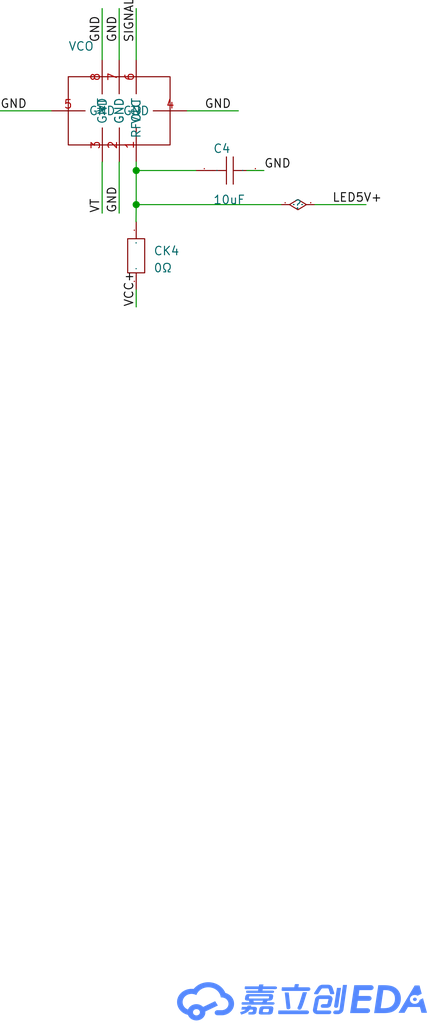
<source format=kicad_sch>
(kicad_sch
	(version 20231120)
	(generator "eeschema")
	(generator_version "8.0")
	(uuid "2e56f8c9-6163-4447-8834-0623d93094b9")
	(paper "User" 63.8556 152.552)
	(lib_symbols
		(symbol "Signal-blo-easyedapro:0Ω"
			(exclude_from_sim no)
			(in_bom yes)
			(on_board yes)
			(property "Reference" "U"
				(at 0 0 0)
				(effects
					(font
						(size 1.27 1.27)
					)
				)
			)
			(property "Value" ""
				(at 0 0 0)
				(effects
					(font
						(size 1.27 1.27)
					)
				)
			)
			(property "Footprint" "Signal-blo-easyedapro:R0603"
				(at 0 0 0)
				(effects
					(font
						(size 1.27 1.27)
					)
					(hide yes)
				)
			)
			(property "Datasheet" ""
				(at 0 0 0)
				(effects
					(font
						(size 1.27 1.27)
					)
					(hide yes)
				)
			)
			(property "Description" ""
				(at 0 0 0)
				(effects
					(font
						(size 1.27 1.27)
					)
					(hide yes)
				)
			)
			(property "Manufacturer Part" "0Ω"
				(at 0 0 0)
				(effects
					(font
						(size 1.27 1.27)
					)
					(hide yes)
				)
			)
			(property "Supplier Part" "C9900083234"
				(at 0 0 0)
				(effects
					(font
						(size 1.27 1.27)
					)
					(hide yes)
				)
			)
			(property "Supplier" "LCSC"
				(at 0 0 0)
				(effects
					(font
						(size 1.27 1.27)
					)
					(hide yes)
				)
			)
			(property "LCSC Part Name" "0Ω"
				(at 0 0 0)
				(effects
					(font
						(size 1.27 1.27)
					)
					(hide yes)
				)
			)
			(symbol "0Ω_1_0"
				(rectangle
					(start -2.54 -1.27)
					(end 2.54 1.27)
					(stroke
						(width 0)
						(type default)
					)
					(fill
						(type none)
					)
				)
				(pin unspecified line
					(at -5.08 0 0)
					(length 2.54)
					(name "1"
						(effects
							(font
								(size 0.0254 0.0254)
							)
						)
					)
					(number "1"
						(effects
							(font
								(size 0.0254 0.0254)
							)
						)
					)
				)
				(pin unspecified line
					(at 5.08 0 180)
					(length 2.54)
					(name "2"
						(effects
							(font
								(size 0.0254 0.0254)
							)
						)
					)
					(number "2"
						(effects
							(font
								(size 0.0254 0.0254)
							)
						)
					)
				)
			)
		)
		(symbol "Signal-blo-easyedapro:Drawing-Symbol_A4"
			(exclude_from_sim no)
			(in_bom yes)
			(on_board yes)
			(property "Reference" ""
				(at 0 0 0)
				(effects
					(font
						(size 1.27 1.27)
					)
				)
			)
			(property "Value" ""
				(at 0 0 0)
				(effects
					(font
						(size 1.27 1.27)
					)
				)
			)
			(property "Footprint" "Signal-blo-easyedapro:"
				(at 0 0 0)
				(effects
					(font
						(size 1.27 1.27)
					)
					(hide yes)
				)
			)
			(property "Datasheet" ""
				(at 0 0 0)
				(effects
					(font
						(size 1.27 1.27)
					)
					(hide yes)
				)
			)
			(property "Description" ""
				(at 0 0 0)
				(effects
					(font
						(size 1.27 1.27)
					)
					(hide yes)
				)
			)
			(symbol "Drawing-Symbol_A4_0_0"
				(polyline
					(pts
						(xy 146.9783 10.146) (xy 146.976 10.1327) (xy 146.973 10.1197) (xy 146.9695 10.1069) (xy 146.9653 10.0944)
						(xy 146.9605 10.082) (xy 146.9552 10.07) (xy 146.9493 10.0583) (xy 146.9428 10.0468) (xy 146.9358 10.0356)
						(xy 146.9283 10.0248) (xy 146.9203 10.0143) (xy 146.9118 10.0042) (xy 146.9029 9.9944) (xy 146.8935 9.985)
						(xy 146.8836 9.976) (xy 146.8733 9.9673) (xy 146.8627 9.9591) (xy 146.8516 9.9514) (xy 146.8402 9.9441)
						(xy 146.8284 9.9372) (xy 146.8163 9.9308) (xy 146.8038 9.9249) (xy 146.7911 9.9195) (xy 146.778 9.9146)
						(xy 146.7647 9.9102) (xy 146.7511 9.9064) (xy 146.7373 9.9031) (xy 146.7233 9.9004) (xy 146.709 9.8983)
						(xy 146.6945 9.8967) (xy 146.6799 9.8958) (xy 146.6651 9.8955) (xy 146.6547 9.8955) (xy 146.6398 9.8959)
						(xy 146.625 9.897) (xy 146.6102 9.899) (xy 146.5956 9.9016) (xy 146.5811 9.905) (xy 146.5668 9.9091)
						(xy 146.5528 9.9138) (xy 146.5391 9.9192) (xy 146.5256 9.9252) (xy 146.5125 9.9318) (xy 146.4999 9.939)
						(xy 146.4876 9.9467) (xy 146.4758 9.955) (xy 146.4646 9.9638) (xy 146.4539 9.973) (xy 146.4438 9.9828)
						(xy 146.434 9.9933) (xy 146.4249 10.0043) (xy 146.4166 10.0158) (xy 146.4089 10.0275) (xy 146.402 10.0397)
						(xy 146.3958 10.0521) (xy 146.3904 10.0648) (xy 146.3856 10.0777) (xy 146.3816 10.0907) (xy 146.3782 10.1039)
						(xy 146.3756 10.1173) (xy 146.3736 10.1306) (xy 146.3724 10.144) (xy 146.3718 10.1574) (xy 146.372 10.1707)
						(xy 146.3728 10.1839) (xy 146.7925 12.8714) (xy 147.4021 12.8714) (xy 146.9783 10.146)
					)
					(stroke
						(width -0.0001)
						(type solid)
					)
					(fill
						(type color)
						(color 85 136 255 1)
					)
				)
				(polyline
					(pts
						(xy 142.3185 12.2147) (xy 142.3164 12.209) (xy 142.2175 11.9012) (xy 142.1192 11.5812) (xy 141.9194 10.9313)
						(xy 141.8159 10.6145) (xy 141.7083 10.3119) (xy 141.5958 10.0302) (xy 141.5373 9.8992) (xy 141.4771 9.7759)
						(xy 141.4663 9.7575) (xy 141.4542 9.7399) (xy 141.4409 9.7233) (xy 141.4266 9.7077) (xy 141.4112 9.693)
						(xy 141.3948 9.6794) (xy 141.3775 9.667) (xy 141.3594 9.6556) (xy 141.3405 9.6454) (xy 141.321 9.6365)
						(xy 141.3008 9.6288) (xy 141.2801 9.6224) (xy 141.2589 9.6174) (xy 141.2373 9.6137) (xy 141.2154 9.6115)
						(xy 141.1932 9.6108) (xy 141.1838 9.6109) (xy 141.1744 9.6115) (xy 141.165 9.6123) (xy 141.1556 9.6134)
						(xy 141.1462 9.6148) (xy 141.1368 9.6164) (xy 141.1274 9.6182) (xy 141.118 9.6203) (xy 141.0867 9.6279)
						(xy 141.0732 9.6328) (xy 141.0602 9.6382) (xy 141.0476 9.6442) (xy 141.0355 9.6508) (xy 141.0239 9.6578)
						(xy 141.0127 9.6653) (xy 141.0021 9.6733) (xy 140.992 9.6817) (xy 140.9823 9.6905) (xy 140.9732 9.6998)
						(xy 140.9647 9.7094) (xy 140.9566 9.7194) (xy 140.9492 9.7297) (xy 140.9422 9.7404) (xy 140.9359 9.7514)
						(xy 140.9301 9.7626) (xy 140.9242 9.7755) (xy 140.9192 9.7886) (xy 140.9148 9.8019) (xy 140.9113 9.8153)
						(xy 140.9086 9.8289) (xy 140.9066 9.8425) (xy 140.9055 9.8561) (xy 140.9051 9.8698) (xy 140.9055 9.8835)
						(xy 140.9066 9.8972) (xy 140.9086 9.9108) (xy 140.9113 9.9243) (xy 140.9148 9.9378) (xy 140.9192 9.951)
						(xy 140.9242 9.9642) (xy 140.9301 9.9771) (xy 140.9842 10.088) (xy 141.0368 10.2068) (xy 141.1382 10.4644)
						(xy 141.2355 10.7434) (xy 141.3297 11.0373) (xy 141.5129 11.6433) (xy 141.604 11.9423) (xy 141.6963 12.2299)
						(xy 142.3226 12.2299) (xy 142.3185 12.2147)
					)
					(stroke
						(width -0.0001)
						(type solid)
					)
					(fill
						(type color)
						(color 85 136 255 1)
					)
				)
				(polyline
					(pts
						(xy 139.8445 9.9733) (xy 139.8455 9.9609) (xy 139.8459 9.9485) (xy 139.8456 9.9362) (xy 139.8447 9.9241)
						(xy 139.8432 9.912) (xy 139.841 9.9001) (xy 139.8383 9.8883) (xy 139.835 9.8766) (xy 139.8311 9.8652)
						(xy 139.8266 9.8539) (xy 139.8216 9.8428) (xy 139.816 9.8319) (xy 139.8099 9.8213) (xy 139.8033 9.8109)
						(xy 139.7962 9.8007) (xy 139.7886 9.7908) (xy 139.7806 9.7812) (xy 139.7721 9.7719) (xy 139.7631 9.763)
						(xy 139.7536 9.7543) (xy 139.7438 9.746) (xy 139.7335 9.738) (xy 139.7229 9.7304) (xy 139.7118 9.7232)
						(xy 139.7004 9.7164) (xy 139.6885 9.71) (xy 139.6764 9.704) (xy 139.6639 9.6985) (xy 139.651 9.6934)
						(xy 139.6379 9.6888) (xy 139.6244 9.6846) (xy 139.6107 9.681) (xy 139.6044 9.6791) (xy 139.5966 9.6778)
						(xy 139.5888 9.6766) (xy 139.5809 9.6756) (xy 139.5731 9.6748) (xy 139.5653 9.6742) (xy 139.5574 9.6738)
						(xy 139.5496 9.6735) (xy 139.5418 9.6734) (xy 139.5287 9.6736) (xy 139.5159 9.6744) (xy 139.5032 9.6756)
						(xy 139.4907 9.6772) (xy 139.4784 9.6794) (xy 139.4664 9.6819) (xy 139.4546 9.6849) (xy 139.443 9.6884)
						(xy 139.4316 9.6922) (xy 139.4206 9.6965) (xy 139.4098 9.7012) (xy 139.3993 9.7063) (xy 139.3891 9.7118)
						(xy 139.3792 9.7177) (xy 139.3696 9.724) (xy 139.3604 9.7306) (xy 139.3515 9.7376) (xy 139.343 9.7449)
						(xy 139.3349 9.7526) (xy 139.3271 9.7606) (xy 139.3197 9.769) (xy 139.3128 9.7776) (xy 139.3063 9.7866)
						(xy 139.3002 9.7959) (xy 139.2945 9.8055) (xy 139.2893 9.8154) (xy 139.2846 9.8255) (xy 139.2803 9.836)
						(xy 139.2765 9.8467) (xy 139.2733 9.8576) (xy 139.2705 9.8688) (xy 139.2683 9.8803) (xy 139.2683 9.8898)
						(xy 139.0011 12.1844) (xy 139.0011 12.1863) (xy 139.5919 12.1863) (xy 139.8445 9.9733)
					)
					(stroke
						(width -0.0001)
						(type solid)
					)
					(fill
						(type color)
						(color 85 136 255 1)
					)
				)
				(polyline
					(pts
						(xy 142.3562 9.5079) (xy 142.3709 9.5068) (xy 142.3853 9.505) (xy 142.3996 9.5024) (xy 142.4136 9.4992)
						(xy 142.4275 9.4953) (xy 142.4411 9.4907) (xy 142.4544 9.4855) (xy 142.4675 9.4797) (xy 142.4803 9.4733)
						(xy 142.4928 9.4662) (xy 142.5049 9.4586) (xy 142.5168 9.4505) (xy 142.5283 9.4418) (xy 142.5394 9.4326)
						(xy 142.5502 9.4229) (xy 142.5597 9.4123) (xy 142.5685 9.4014) (xy 142.5766 9.39) (xy 142.5841 9.3783)
						(xy 142.5909 9.3662) (xy 142.597 9.3538) (xy 142.6024 9.3412) (xy 142.6071 9.3282) (xy 142.611 9.315)
						(xy 142.6142 9.3016) (xy 142.6166 9.288) (xy 142.6183 9.2742) (xy 142.6192 9.2603) (xy 142.6193 9.2462)
						(xy 142.6185 9.2321) (xy 142.617 9.2179) (xy 142.6149 9.2046) (xy 142.6126 9.1915) (xy 142.6097 9.1787)
						(xy 142.6061 9.166) (xy 142.6019 9.1535) (xy 142.5971 9.1413) (xy 142.5917 9.1293) (xy 142.5858 9.1176)
						(xy 142.5793 9.1062) (xy 142.5722 9.0951) (xy 142.5647 9.0843) (xy 142.5567 9.0738) (xy 142.5482 9.0636)
						(xy 142.5392 9.0538) (xy 142.5298 9.0444) (xy 142.52 9.0353) (xy 142.5097 9.0267) (xy 142.4991 9.0184)
						(xy 142.4882 9.0106) (xy 142.4768 9.0032) (xy 142.4652 8.9963) (xy 142.4532 8.9899) (xy 142.4409 8.9839)
						(xy 142.4284 8.9784) (xy 142.4156 8.9735) (xy 142.4025 8.9691) (xy 142.3892 8.9652) (xy 142.3758 8.9618)
						(xy 142.3621 8.9591) (xy 142.3483 8.9569) (xy 142.3343 8.9554) (xy 142.3202 8.9544) (xy 142.3059 8.9541)
						(xy 138.1576 8.9541) (xy 138.1502 8.9543) (xy 138.143 8.9548) (xy 138.1358 8.9556) (xy 138.1288 8.9567)
						(xy 138.122 8.9582) (xy 138.1152 8.96) (xy 138.1087 8.962) (xy 138.1023 8.9643) (xy 138.0961 8.9669)
						(xy 138.09 8.9698) (xy 138.0842 8.9729) (xy 138.0785 8.9763) (xy 138.073 8.9799) (xy 138.0678 8.9837)
						(xy 138.0627 8.9878) (xy 138.0579 8.992) (xy 138.0533 8.9965) (xy 138.049 9.0012) (xy 138.0449 9.006)
						(xy 138.0411 9.011) (xy 138.0375 9.0162) (xy 138.0342 9.0215) (xy 138.0312 9.0269) (xy 138.0284 9.0326)
						(xy 138.026 9.0383) (xy 138.0238 9.0441) (xy 138.022 9.0501) (xy 138.0205 9.0562) (xy 138.0193 9.0623)
						(xy 138.0184 9.0686) (xy 138.0179 9.0749) (xy 138.0177 9.0812) (xy 138.0177 9.0831) (xy 138.0156 9.0831)
						(xy 138.0595 9.5083) (xy 142.3414 9.5083) (xy 142.3562 9.5079)
					)
					(stroke
						(width -0.0001)
						(type solid)
					)
					(fill
						(type color)
						(color 85 136 255 1)
					)
				)
				(polyline
					(pts
						(xy 159.4399 12.0041) (xy 158.8178 11.6928) (xy 158.7955 11.7067) (xy 158.7727 11.7197) (xy 158.7492 11.732)
						(xy 158.7252 11.7435) (xy 158.7007 11.7542) (xy 158.6757 11.764) (xy 158.6501 11.773) (xy 158.6241 11.7811)
						(xy 158.5977 11.7883) (xy 158.5708 11.7946) (xy 158.5436 11.7999) (xy 158.5159 11.8044) (xy 158.488 11.8078)
						(xy 158.4597 11.8103) (xy 158.4311 11.8119) (xy 158.4023 11.8124) (xy 158.3649 11.8115) (xy 158.3281 11.809)
						(xy 158.2917 11.8048) (xy 158.256 11.7989) (xy 158.2209 11.7916) (xy 158.1864 11.7826) (xy 158.1527 11.7723)
						(xy 158.1197 11.7604) (xy 158.0875 11.7472) (xy 158.0562 11.7326) (xy 158.0257 11.7167) (xy 157.9963 11.6995)
						(xy 157.9678 11.681) (xy 157.9403 11.6614) (xy 157.914 11.6407) (xy 157.8887 11.6188) (xy 157.8647 11.5958)
						(xy 157.8418 11.5719) (xy 157.8202 11.5469) (xy 157.8 11.521) (xy 157.781 11.4942) (xy 157.7635 11.4666)
						(xy 157.7475 11.4381) (xy 157.7329 11.4088) (xy 157.7199 11.3788) (xy 157.7085 11.3482) (xy 157.6987 11.3168)
						(xy 157.6905 11.2849) (xy 157.6842 11.2524) (xy 157.6795 11.2194) (xy 157.6767 11.1858) (xy 157.6758 11.1519)
						(xy 157.6767 11.1179) (xy 157.6795 11.0844) (xy 157.6842 11.0514) (xy 157.6905 11.0189) (xy 157.6987 10.987)
						(xy 157.7085 10.9556) (xy 157.7199 10.9249) (xy 157.7329 10.895) (xy 157.7475 10.8657) (xy 157.7635 10.8372)
						(xy 157.781 10.8096) (xy 157.8 10.7828) (xy 157.8202 10.7569) (xy 157.8418 10.7319) (xy 157.8647 10.7079)
						(xy 157.8887 10.685) (xy 157.914 10.6631) (xy 157.9403 10.6424) (xy 157.9678 10.6227) (xy 157.9963 10.6043)
						(xy 158.0257 10.5871) (xy 158.0562 10.5712) (xy 158.0875 10.5566) (xy 158.1197 10.5434) (xy 158.1527 10.5315)
						(xy 158.1864 10.5211) (xy 158.2209 10.5122) (xy 158.256 10.5048) (xy 158.2917 10.499) (xy 158.3281 10.4948)
						(xy 158.3649 10.4923) (xy 158.4023 10.4914) (xy 158.4371 10.4922) (xy 158.4715 10.4944) (xy 158.5055 10.4981)
						(xy 158.5389 10.5031) (xy 158.5718 10.5096) (xy 158.6042 10.5174) (xy 158.6359 10.5265) (xy 158.6669 10.5369)
						(xy 158.6973 10.5485) (xy 158.727 10.5613) (xy 158.7559 10.5753) (xy 158.7841 10.5904) (xy 158.8114 10.6066)
						(xy 158.8378 10.6239) (xy 158.8634 10.6422) (xy 158.888 10.6615) (xy 158.9116 10.6818) (xy 158.9342 10.703)
						(xy 158.9558 10.7251) (xy 158.9763 10.748) (xy 158.9957 10.7718) (xy 159.0139 10.7964) (xy 159.0309 10.8217)
						(xy 159.0467 10.8477) (xy 159.0613 10.8744) (xy 159.0745 10.9018) (xy 159.0864 10.9298) (xy 159.097 10.9584)
						(xy 159.1061 10.9875) (xy 159.1138 11.0172) (xy 159.12 11.0473) (xy 159.1247 11.0779) (xy 159.6257 11.3284)
						(xy 160.2249 9.1534) (xy 159.4065 9.1534) (xy 159.1685 10.0207) (xy 157.3877 10.0207) (xy 156.8783 9.1534)
						(xy 155.9701 9.1534) (xy 158.394 13.232) (xy 159.1038 13.232) (xy 159.4399 12.0041)
					)
					(stroke
						(width -0.0001)
						(type solid)
					)
					(fill
						(type color)
						(color 85 136 255 1)
					)
				)
				(polyline
					(pts
						(xy 158.4338 11.4201) (xy 158.4481 11.419) (xy 158.4622 11.4172) (xy 158.476 11.4148) (xy 158.4896 11.4118)
						(xy 158.5029 11.4082) (xy 158.516 11.4041) (xy 158.5287 11.3994) (xy 158.5412 11.3941) (xy 158.5532 11.3883)
						(xy 158.565 11.3821) (xy 158.5763 11.3753) (xy 158.5873 11.368) (xy 158.5979 11.3603) (xy 158.608 11.3522)
						(xy 158.6177 11.3436) (xy 158.6269 11.3346) (xy 158.6357 11.3252) (xy 158.6439 11.3155) (xy 158.6516 11.3053)
						(xy 158.6589 11.2949) (xy 158.6655 11.2841) (xy 158.6716 11.273) (xy 158.6771 11.2616) (xy 158.682 11.2499)
						(xy 158.6863 11.2379) (xy 158.69 11.2258) (xy 158.693 11.2133) (xy 158.6953 11.2007) (xy 158.6969 11.1878)
						(xy 158.6979 11.1748) (xy 158.6981 11.1616) (xy 158.6976 11.1485) (xy 158.6963 11.1355) (xy 158.6944 11.1227)
						(xy 158.6918 11.1101) (xy 158.6885 11.0977) (xy 158.6845 11.0856) (xy 158.68 11.0737) (xy 158.6748 11.0621)
						(xy 158.669 11.0508) (xy 158.6627 11.0398) (xy 158.6557 11.0292) (xy 158.6483 11.0189) (xy 158.6403 11.0089)
						(xy 158.6318 10.9993) (xy 158.6229 10.9901) (xy 158.6134 10.9813) (xy 158.6035 10.9729) (xy 158.5932 10.9649)
						(xy 158.5825 10.9574) (xy 158.5714 10.9504) (xy 158.5598 10.9438) (xy 158.548 10.9378) (xy 158.5358 10.9322)
						(xy 158.5232 10.9272) (xy 158.5104 10.9228) (xy 158.4972 10.9189) (xy 158.4838 10.9156) (xy 158.4701 10.9128)
						(xy 158.4562 10.9107) (xy 158.4421 10.9092) (xy 158.4278 10.9084) (xy 158.4133 10.9082) (xy 158.3988 10.9086)
						(xy 158.3845 10.9098) (xy 158.3704 10.9115) (xy 158.3565 10.9139) (xy 158.3429 10.9169) (xy 158.3296 10.9205)
						(xy 158.3166 10.9247) (xy 158.3038 10.9294) (xy 158.2914 10.9346) (xy 158.2793 10.9404) (xy 158.2676 10.9467)
						(xy 158.2562 10.9534) (xy 158.2453 10.9607) (xy 158.2347 10.9684) (xy 158.2246 10.9766) (xy 158.2149 10.9851)
						(xy 158.2057 10.9941) (xy 158.1969 11.0035) (xy 158.1887 11.0133) (xy 158.1809 11.0234) (xy 158.1737 11.0338)
						(xy 158.1671 11.0446) (xy 158.161 11.0557) (xy 158.1554 11.0672) (xy 158.1505 11.0788) (xy 158.1462 11.0908)
						(xy 158.1426 11.103) (xy 158.1396 11.1154) (xy 158.1373 11.128) (xy 158.1356 11.1409) (xy 158.1347 11.1539)
						(xy 158.1345 11.1671) (xy 158.135 11.1803) (xy 158.1362 11.1933) (xy 158.1382 11.2061) (xy 158.1408 11.2187)
						(xy 158.1441 11.231) (xy 158.148 11.2432) (xy 158.1526 11.255) (xy 158.1578 11.2666) (xy 158.1636 11.2779)
						(xy 158.1699 11.2889) (xy 158.1768 11.2995) (xy 158.1843 11.3099) (xy 158.1922 11.3198) (xy 158.2007 11.3294)
						(xy 158.2097 11.3386) (xy 158.2191 11.3474) (xy 158.229 11.3558) (xy 158.2393 11.3638) (xy 158.2501 11.3713)
						(xy 158.2612 11.3783) (xy 158.2727 11.3849) (xy 158.2846 11.3909) (xy 158.2968 11.3965) (xy 158.3093 11.4015)
						(xy 158.3222 11.4059) (xy 158.3353 11.4099) (xy 158.3488 11.4132) (xy 158.3624 11.4159) (xy 158.3763 11.418)
						(xy 158.3905 11.4195) (xy 158.4048 11.4204) (xy 158.4193 11.4206) (xy 158.4338 11.4201)
					)
					(stroke
						(width -0.0001)
						(type solid)
					)
					(fill
						(type color)
						(color 85 136 255 1)
					)
				)
				(polyline
					(pts
						(xy 147.7653 9.6354) (xy 147.7561 9.5831) (xy 147.7432 9.532) (xy 147.7269 9.4824) (xy 147.7072 9.4344)
						(xy 147.6842 9.388) (xy 147.6581 9.3433) (xy 147.6288 9.3005) (xy 147.5965 9.2597) (xy 147.5613 9.2208)
						(xy 147.5233 9.1842) (xy 147.4825 9.1497) (xy 147.4392 9.1177) (xy 147.3933 9.088) (xy 147.3449 9.0609)
						(xy 147.2942 9.0365) (xy 147.2413 9.0148) (xy 147.2236 9.0073) (xy 147.2058 9.0002) (xy 147.1878 8.9937)
						(xy 147.1696 8.9877) (xy 147.1512 8.9822) (xy 147.1326 8.9773) (xy 147.1139 8.9728) (xy 147.0949 8.9688)
						(xy 147.0757 8.9653) (xy 147.0563 8.9623) (xy 147.0366 8.9598) (xy 147.0167 8.9577) (xy 146.9966 8.9561)
						(xy 146.9761 8.955) (xy 146.9554 8.9543) (xy 146.9344 8.9541) (xy 146.519 8.9541) (xy 146.5041 8.9545)
						(xy 146.4893 8.9557) (xy 146.4745 8.9576) (xy 146.4599 8.9603) (xy 146.4454 8.9636) (xy 146.4311 8.9677)
						(xy 146.4171 8.9724) (xy 146.4034 8.9778) (xy 146.3899 8.9838) (xy 146.3768 8.9904) (xy 146.3642 8.9976)
						(xy 146.3519 9.0053) (xy 146.3401 9.0136) (xy 146.3289 9.0224) (xy 146.3182 9.0317) (xy 146.3081 9.0414)
						(xy 146.2986 9.0519) (xy 146.2898 9.0628) (xy 146.2817 9.0741) (xy 146.2742 9.0857) (xy 146.2674 9.0976)
						(xy 146.2613 9.1098) (xy 146.2559 9.1223) (xy 146.2512 9.1351) (xy 146.2473 9.1481) (xy 146.2441 9.1614)
						(xy 146.2416 9.1748) (xy 146.24 9.1885) (xy 146.2391 9.2023) (xy 146.239 9.2162) (xy 146.2397 9.2303)
						(xy 146.2413 9.2445) (xy 146.2434 9.254) (xy 146.2457 9.267) (xy 146.2486 9.2799) (xy 146.2523 9.2926)
						(xy 146.2565 9.305) (xy 146.2613 9.3173) (xy 146.2668 9.3292) (xy 146.2728 9.3409) (xy 146.2794 9.3524)
						(xy 146.2865 9.3635) (xy 146.2941 9.3743) (xy 146.3023 9.3848) (xy 146.3109 9.3949) (xy 146.32 9.4047)
						(xy 146.3295 9.4142) (xy 146.3395 9.4232) (xy 146.3499 9.4319) (xy 146.3606 9.4401) (xy 146.3717 9.448)
						(xy 146.3832 9.4553) (xy 146.3951 9.4622) (xy 146.4072 9.4687) (xy 146.4197 9.4747) (xy 146.4324 9.4801)
						(xy 146.4454 9.4851) (xy 146.4586 9.4895) (xy 146.4721 9.4934) (xy 146.4857 9.4967) (xy 146.4996 9.4995)
						(xy 146.5136 9.5016) (xy 146.5278 9.5032) (xy 146.5421 9.5042) (xy 146.5565 9.5045) (xy 146.972 9.5045)
						(xy 146.9813 9.5047) (xy 146.9903 9.5052) (xy 146.9991 9.5061) (xy 147.0077 9.5074) (xy 147.0162 9.509)
						(xy 147.0244 9.511) (xy 147.0325 9.5134) (xy 147.0404 9.5161) (xy 147.0481 9.5192) (xy 147.0557 9.5227)
						(xy 147.0632 9.5266) (xy 147.0706 9.5309) (xy 147.0779 9.5356) (xy 147.0851 9.5406) (xy 147.0923 9.5461)
						(xy 147.0993 9.5519) (xy 147.1066 9.5591) (xy 147.1135 9.5665) (xy 147.1201 9.574) (xy 147.1263 9.5816)
						(xy 147.1321 9.5894) (xy 147.1376 9.5972) (xy 147.1427 9.6052) (xy 147.1474 9.6131) (xy 147.1517 9.6212)
						(xy 147.1556 9.6292) (xy 147.1591 9.6373) (xy 147.1622 9.6453) (xy 147.1649 9.6534) (xy 147.1671 9.6614)
						(xy 147.1689 9.6693) (xy 147.1703 9.6772) (xy 147.686 13.3098) (xy 148.2893 13.3098) (xy 147.7653 9.6354)
					)
					(stroke
						(width -0.0001)
						(type solid)
					)
					(fill
						(type color)
						(color 85 136 255 1)
					)
				)
				(polyline
					(pts
						(xy 141.0303 12.9587) (xy 142.5439 12.9587) (xy 142.5599 12.9584) (xy 142.5756 12.9573) (xy 142.5911 12.9555)
						(xy 142.6063 12.9531) (xy 142.6212 12.9499) (xy 142.6358 12.946) (xy 142.6501 12.9414) (xy 142.664 12.9362)
						(xy 142.6775 12.9302) (xy 142.6906 12.9236) (xy 142.7032 12.9163) (xy 142.7154 12.9083) (xy 142.7271 12.8996)
						(xy 142.7382 12.8902) (xy 142.7489 12.8802) (xy 142.759 12.8695) (xy 142.7684 12.859) (xy 142.7772 12.8481)
						(xy 142.7852 12.8368) (xy 142.7926 12.8252) (xy 142.7992 12.8133) (xy 142.8051 12.801) (xy 142.8103 12.7884)
						(xy 142.8148 12.7756) (xy 142.8185 12.7625) (xy 142.8216 12.7491) (xy 142.8238 12.7355) (xy 142.8253 12.7217)
						(xy 142.8261 12.7076) (xy 142.826 12.6934) (xy 142.8252 12.6791) (xy 142.8237 12.6645) (xy 142.8237 12.6607)
						(xy 142.8214 12.6477) (xy 142.8185 12.6348) (xy 142.8149 12.6222) (xy 142.8107 12.6098) (xy 142.806 12.5977)
						(xy 142.8006 12.5858) (xy 142.7947 12.5742) (xy 142.7883 12.5629) (xy 142.7813 12.552) (xy 142.7738 12.5413)
						(xy 142.7657 12.531) (xy 142.7573 12.521) (xy 142.7483 12.5113) (xy 142.7389 12.5021) (xy 142.729 12.4932)
						(xy 142.7188 12.4847) (xy 142.7081 12.4766) (xy 142.697 12.469) (xy 142.6856 12.4618) (xy 142.6738 12.4551)
						(xy 142.6617 12.4488) (xy 142.6493 12.443) (xy 142.6365 12.4376) (xy 142.6235 12.4328) (xy 142.6101 12.4285)
						(xy 142.5965 12.4248) (xy 142.5827 12.4215) (xy 142.5687 12.4189) (xy 142.5544 12.4168) (xy 142.54 12.4152)
						(xy 142.5253 12.4143) (xy 142.5105 12.414) (xy 138.6733 12.414) (xy 138.6733 12.4159) (xy 138.6661 12.4163)
						(xy 138.659 12.4169) (xy 138.652 12.4179) (xy 138.6452 12.4191) (xy 138.6385 12.4207) (xy 138.6319 12.4225)
						(xy 138.6254 12.4246) (xy 138.6192 12.427) (xy 138.613 12.4296) (xy 138.6071 12.4325) (xy 138.6013 12.4356)
						(xy 138.5957 12.439) (xy 138.5903 12.4426) (xy 138.5852 12.4464) (xy 138.5802 12.4504) (xy 138.5754 12.4546)
						(xy 138.5709 12.459) (xy 138.5666 12.4636) (xy 138.5625 12.4684) (xy 138.5587 12.4733) (xy 138.5552 12.4784)
						(xy 138.5519 12.4837) (xy 138.5489 12.4891) (xy 138.5462 12.4946) (xy 138.5437 12.5003) (xy 138.5416 12.5061)
						(xy 138.5398 12.512) (xy 138.5382 12.5181) (xy 138.5371 12.5242) (xy 138.5362 12.5304) (xy 138.5357 12.5367)
						(xy 138.5355 12.5431) (xy 138.5355 12.5499) (xy 138.5356 12.5531) (xy 138.5358 12.5561) (xy 138.536 12.5591)
						(xy 138.5362 12.5606) (xy 138.5364 12.562) (xy 138.5366 12.5635) (xy 138.5369 12.5649) (xy 138.5372 12.5663)
						(xy 138.5376 12.5677) (xy 138.5772 12.9568) (xy 140.4228 12.9587) (xy 140.4917 13.325) (xy 140.4926 13.331)
						(xy 140.4938 13.3369) (xy 140.4953 13.3427) (xy 140.4971 13.3484) (xy 140.4991 13.3539) (xy 140.5014 13.3593)
						(xy 140.5039 13.3646) (xy 140.5067 13.3697) (xy 140.5097 13.3747) (xy 140.513 13.3796) (xy 140.5165 13.3843)
						(xy 140.5201 13.3888) (xy 140.524 13.3932) (xy 140.5281 13.3974) (xy 140.5324 13.4014) (xy 140.5368 13.4052)
						(xy 140.5415 13.4089) (xy 140.5463 13.4123) (xy 140.5513 13.4155) (xy 140.5564 13.4186) (xy 140.5617 13.4214)
						(xy 140.5671 13.424) (xy 140.5726 13.4264) (xy 140.5783 13.4286) (xy 140.5841 13.4305) (xy 140.59 13.4322)
						(xy 140.596 13.4336) (xy 140.6021 13.4348) (xy 140.6083 13.4358) (xy 140.6146 13.4365) (xy 140.621 13.4369)
						(xy 140.6274 13.437) (xy 141.1097 13.437) (xy 141.0303 12.9587)
					)
					(stroke
						(width -0.0001)
						(type solid)
					)
					(fill
						(type color)
						(color 85 136 255 1)
					)
				)
				(polyline
					(pts
						(xy 133.9675 10.0549) (xy 134.4623 10.0549) (xy 134.4906 10.0545) (xy 134.5177 10.0533) (xy 134.5438 10.0514)
						(xy 134.5687 10.0486) (xy 134.5926 10.0451) (xy 134.6154 10.0408) (xy 134.6372 10.0357) (xy 134.6578 10.0297)
						(xy 134.6774 10.023) (xy 134.6959 10.0155) (xy 134.7134 10.0072) (xy 134.7298 9.998) (xy 134.7451 9.9881)
						(xy 134.7593 9.9773) (xy 134.7725 9.9657) (xy 134.7846 9.9533) (xy 134.7957 9.9401) (xy 134.8057 9.9261)
						(xy 134.8147 9.9112) (xy 134.8226 9.8955) (xy 134.8294 9.8789) (xy 134.8352 9.8616) (xy 134.84 9.8433)
						(xy 134.8437 9.8243) (xy 134.8464 9.8044) (xy 134.848 9.7836) (xy 134.8486 9.762) (xy 134.8482 9.7396)
						(xy 134.8467 9.7162) (xy 134.8442 9.6921) (xy 134.8406 9.667) (xy 134.836 9.6411) (xy 134.7692 9.2881)
						(xy 134.7663 9.2625) (xy 134.7626 9.2379) (xy 134.758 9.2143) (xy 134.7527 9.1918) (xy 134.7465 9.1702)
						(xy 134.7394 9.1496) (xy 134.7315 9.1299) (xy 134.7228 9.1112) (xy 134.7131 9.0934) (xy 134.7026 9.0765)
						(xy 134.6912 9.0605) (xy 134.6788 9.0454) (xy 134.6655 9.0311) (xy 134.6513 9.0177) (xy 134.6361 9.0051)
						(xy 134.62 8.9932) (xy 134.6028 8.9822) (xy 134.5847 8.9719) (xy 134.5656 8.9624) (xy 134.5455 8.9536)
						(xy 134.5243 8.9455) (xy 134.5021 8.9381) (xy 134.4788 8.9314) (xy 134.4545 8.9254) (xy 134.4291 8.92)
						(xy 134.4026 8.9153) (xy 134.3463 8.9076) (xy 134.2856 8.9022) (xy 134.2202 8.899) (xy 133.5938 8.899)
						(xy 133.5938 9.2634) (xy 133.9822 9.2634) (xy 134.0112 9.264) (xy 134.0381 9.2657) (xy 134.063 9.2685)
						(xy 134.086 9.2723) (xy 134.107 9.2771) (xy 134.1262 9.2829) (xy 134.1438 9.2896) (xy 134.1596 9.2971)
						(xy 134.1739 9.3056) (xy 134.1867 9.3148) (xy 134.1981 9.3248) (xy 134.2082 9.3355) (xy 134.2171 9.3469)
						(xy 134.2247 9.359) (xy 134.2313 9.3717) (xy 134.2369 9.3849) (xy 134.264 9.495) (xy 134.2663 9.5039)
						(xy 134.268 9.5126) (xy 134.2692 9.521) (xy 134.2698 9.5291) (xy 134.2698 9.5369) (xy 134.2694 9.5444)
						(xy 134.2683 9.5517) (xy 134.2667 9.5587) (xy 134.2646 9.5654) (xy 134.2619 9.5718) (xy 134.2587 9.5779)
						(xy 134.2549 9.5838) (xy 134.2506 9.5893) (xy 134.2457 9.5946) (xy 134.2402 9.5996) (xy 134.2343 9.6044)
						(xy 134.2277 9.6088) (xy 134.2206 9.613) (xy 134.213 9.6168) (xy 134.2048 9.6204) (xy 134.1961 9.6237)
						(xy 134.1868 9.6267) (xy 134.1769 9.6295) (xy 134.1665 9.6319) (xy 134.1556 9.6341) (xy 134.1441 9.6359)
						(xy 134.1321 9.6375) (xy 134.1195 9.6388) (xy 134.1063 9.6398) (xy 134.0926 9.6406) (xy 134.0784 9.641)
						(xy 134.0636 9.6411) (xy 133.7964 9.6411) (xy 133.747 9.5746) (xy 133.6944 9.5116) (xy 133.6383 9.4519)
						(xy 133.5785 9.3953) (xy 133.5148 9.3416) (xy 133.4471 9.2906) (xy 133.375 9.2422) (xy 133.2984 9.1961)
						(xy 133.2172 9.1521) (xy 133.131 9.11) (xy 133.0398 9.0698) (xy 132.9432 9.031) (xy 132.8411 8.9936)
						(xy 132.7334 8.9574) (xy 132.6197 8.9221) (xy 132.4999 8.8877) (xy 132.3391 9.2521) (xy 132.4883 9.2951)
						(xy 132.6174 9.3348) (xy 132.6756 9.3541) (xy 132.7302 9.3734) (xy 132.7817 9.393) (xy 132.8305 9.4131)
						(xy 132.8772 9.4342) (xy 132.9221 9.4564) (xy 132.9658 9.48) (xy 133.0088 9.5053) (xy 133.0515 9.5327)
						(xy 133.0943 9.5624) (xy 133.1379 9.5946) (xy 133.1826 9.6297) (xy 132.5416 9.6297) (xy 132.6084 10.0435)
						(xy 133.3976 10.0435) (xy 133.3977 10.0461) (xy 133.3982 10.0495) (xy 133.3989 10.0537) (xy 133.4 10.0587)
						(xy 133.403 10.0709) (xy 133.4073 10.0857) (xy 133.4099 10.094) (xy 133.4128 10.1028) (xy 133.416 10.1122)
						(xy 133.4196 10.122) (xy 133.4235 10.1322) (xy 133.4278 10.1428) (xy 133.4323 10.1537) (xy 133.4373 10.165)
						(xy 133.4386 10.1696) (xy 133.4401 10.1741) (xy 133.4419 10.1785) (xy 133.4438 10.1828) (xy 133.446 10.187)
						(xy 133.4484 10.1912) (xy 133.451 10.1952) (xy 133.4538 10.1991) (xy 133.4568 10.2029) (xy 133.46 10.2066)
						(xy 133.4633 10.2102) (xy 133.4668 10.2137) (xy 133.4704 10.217) (xy 133.4742 10.2202) (xy 133.4781 10.2233)
						(xy 133.4822 10.2262) (xy 133.4863 10.2289) (xy 133.4906 10.2316) (xy 133.495 10.234) (xy 133.4995 10.2364)
						(xy 133.5041 10.2385) (xy 133.5087 10.2405) (xy 133.5135 10.2423) (xy 133.5183 10.244) (xy 133.5232 10.2454)
						(xy 133.5281 10.2467) (xy 133.5331 10.2478) (xy 133.5381 10.2487) (xy 133.5431 10.2494) (xy 133.5482 10.25)
						(xy 133.5533 10.2503) (xy 133.5584 10.2504) (xy 134.026 10.2504) (xy 133.9675 10.0549)
					)
					(stroke
						(width -0.0001)
						(type solid)
					)
					(fill
						(type color)
						(color 85 136 255 1)
					)
				)
				(polyline
					(pts
						(xy 153.8138 13.2729) (xy 153.9352 13.2704) (xy 154.0526 13.2662) (xy 154.1658 13.2602) (xy 154.275 13.2526)
						(xy 154.38 13.2433) (xy 154.481 13.2322) (xy 154.5778 13.2195) (xy 154.6706 13.205) (xy 154.7593 13.1888)
						(xy 154.844 13.1709) (xy 154.9245 13.1513) (xy 155.001 13.1299) (xy 155.0734 13.1069) (xy 155.1417 13.0821)
						(xy 155.206 13.0555) (xy 155.2675 13.0271) (xy 155.3276 12.9968) (xy 155.3863 12.9645) (xy 155.4435 12.9303)
						(xy 155.4993 12.894) (xy 155.5537 12.8559) (xy 155.6066 12.8158) (xy 155.658 12.7737) (xy 155.7079 12.7296)
						(xy 155.7564 12.6836) (xy 155.8034 12.6357) (xy 155.8489 12.5858) (xy 155.893 12.5339) (xy 155.9355 12.4801)
						(xy 155.9765 12.4243) (xy 156.016 12.3666) (xy 156.0536 12.3073) (xy 156.0887 12.2469) (xy 156.1215 12.1854)
						(xy 156.1518 12.1228) (xy 156.1798 12.059) (xy 156.2053 11.9941) (xy 156.2284 11.9281) (xy 156.2491 11.861)
						(xy 156.2673 11.7927) (xy 156.2832 11.7233) (xy 156.2966 11.6528) (xy 156.3076 11.5811) (xy 156.3161 11.5083)
						(xy 156.3222 11.4343) (xy 156.3259 11.3591) (xy 156.3271 11.2828) (xy 156.3258 11.2049) (xy 156.322 11.1277)
						(xy 156.3156 11.0512) (xy 156.3066 10.9754) (xy 156.2951 10.9004) (xy 156.281 10.826) (xy 156.2642 10.7524)
						(xy 156.2449 10.6795) (xy 156.2229 10.6074) (xy 156.1983 10.536) (xy 156.1711 10.4653) (xy 156.1413 10.3954)
						(xy 156.1087 10.3262) (xy 156.0735 10.2578) (xy 156.0357 10.1901) (xy 155.9952 10.1232) (xy 155.9533 10.0585)
						(xy 155.9101 9.996) (xy 155.8655 9.9357) (xy 155.8195 9.8777) (xy 155.772 9.8218) (xy 155.7232 9.7682)
						(xy 155.673 9.7169) (xy 155.6214 9.6677) (xy 155.5685 9.6208) (xy 155.5142 9.5761) (xy 155.4585 9.5336)
						(xy 155.4015 9.4933) (xy 155.3432 9.4553) (xy 155.2835 9.4195) (xy 155.2224 9.3859) (xy 155.1601 9.3545)
						(xy 155.0955 9.3252) (xy 155.0279 9.2978) (xy 154.9573 9.2722) (xy 154.8837 9.2485) (xy 154.807 9.2267)
						(xy 154.7272 9.2068) (xy 154.6444 9.1887) (xy 154.5585 9.1726) (xy 154.4696 9.1583) (xy 154.3776 9.1459)
						(xy 154.2826 9.1355) (xy 154.1845 9.1269) (xy 154.0833 9.1202) (xy 153.979 9.1154) (xy 153.8717 9.1126)
						(xy 153.7613 9.1116) (xy 152.3375 9.1116) (xy 152.4471 9.8404) (xy 153.3124 9.8404) (xy 153.5964 9.8404)
						(xy 153.7543 9.8421) (xy 153.9009 9.8471) (xy 153.9699 9.8508) (xy 154.0361 9.8552) (xy 154.0995 9.8605)
						(xy 154.16 9.8665) (xy 154.2177 9.8733) (xy 154.2726 9.8808) (xy 154.3246 9.8891) (xy 154.3738 9.8981)
						(xy 154.4201 9.9078) (xy 154.4636 9.9182) (xy 154.5043 9.9292) (xy 154.5421 9.941) (xy 154.5931 9.9592)
						(xy 154.6428 9.9791) (xy 154.6912 10.0005) (xy 154.7382 10.0236) (xy 154.784 10.0482) (xy 154.8284 10.0745)
						(xy 154.8716 10.1023) (xy 154.9134 10.1318) (xy 154.954 10.1628) (xy 154.9933 10.1955) (xy 155.0312 10.2297)
						(xy 155.0679 10.2656) (xy 155.1033 10.303) (xy 155.1374 10.3421) (xy 155.1703 10.3827) (xy 155.2018 10.425)
						(xy 155.2318 10.4683) (xy 155.2598 10.5129) (xy 155.286 10.5587) (xy 155.3101 10.6057) (xy 155.3324 10.654)
						(xy 155.3527 10.7035) (xy 155.371 10.7543) (xy 155.3874 10.8062) (xy 155.4017 10.8594) (xy 155.4141 10.9138)
						(xy 155.4245 10.9695) (xy 155.4329 11.0263) (xy 155.4392 11.0844) (xy 155.4435 11.1436) (xy 155.4458 11.2041)
						(xy 155.4461 11.2658) (xy 155.4454 11.3169) (xy 155.4433 11.3669) (xy 155.4399 11.416) (xy 155.4351 11.464)
						(xy 155.429 11.5109) (xy 155.4214 11.5569) (xy 155.4125 11.6017) (xy 155.4022 11.6456) (xy 155.3906 11.6884)
						(xy 155.3776 11.7302) (xy 155.3632 11.7709) (xy 155.3474 11.8105) (xy 155.3303 11.8491) (xy 155.3118 11.8866)
						(xy 155.2919 11.9231) (xy 155.2707 11.9585) (xy 155.2482 11.9929) (xy 155.2246 12.0262) (xy 155.1999 12.0586)
						(xy 155.1741 12.0899) (xy 155.1471 12.1202) (xy 155.119 12.1495) (xy 155.0899 12.1779) (xy 155.0596 12.2052)
						(xy 155.0282 12.2316) (xy 154.9957 12.257) (xy 154.9622 12.2815) (xy 154.9275 12.3049) (xy 154.8918 12.3275)
						(xy 154.8549 12.349) (xy 154.817 12.3697) (xy 154.778 12.3893) (xy 154.7373 12.4079) (xy 154.6949 12.4253)
						(xy 154.6509 12.4414) (xy 154.6053 12.4563) (xy 154.5581 12.47) (xy 154.5093 12.4824) (xy 154.4588 12.4937)
						(xy 154.4067 12.5037) (xy 154.3529 12.5125) (xy 154.2975 12.5202) (xy 154.2404 12.5266) (xy 154.1817 12.5319)
						(xy 154.1214 12.536) (xy 154.0594 12.5389) (xy 153.9957 12.5406) (xy 153.9304 12.5412) (xy 153.7154 12.5412)
						(xy 153.3124 9.8404) (xy 152.4471 9.8404) (xy 152.9638 13.2738) (xy 153.6882 13.2738) (xy 153.8138 13.2729)
					)
					(stroke
						(width -0.0001)
						(type solid)
					)
					(fill
						(type color)
						(color 85 136 255 1)
					)
				)
				(polyline
					(pts
						(xy 151.8718 13.2771) (xy 151.8924 13.2757) (xy 151.9126 13.2733) (xy 151.9326 13.2701) (xy 151.9521 13.2659)
						(xy 151.9714 13.261) (xy 151.9902 13.2551) (xy 152.0086 13.2485) (xy 152.0265 13.2411) (xy 152.044 13.2329)
						(xy 152.061 13.224) (xy 152.0774 13.2143) (xy 152.0934 13.204) (xy 152.1087 13.1929) (xy 152.1234 13.1812)
						(xy 152.1376 13.1689) (xy 152.151 13.156) (xy 152.1638 13.1425) (xy 152.1759 13.1284) (xy 152.1873 13.1137)
						(xy 152.1979 13.0986) (xy 152.2078 13.0829) (xy 152.2168 13.0668) (xy 152.225 13.0502) (xy 152.2324 13.0332)
						(xy 152.2389 13.0157) (xy 152.2445 12.9979) (xy 152.2492 12.9797) (xy 152.2529 12.9612) (xy 152.2557 12.9423)
						(xy 152.2574 12.9231) (xy 152.2581 12.9037) (xy 152.2576 12.8848) (xy 152.256 12.8661) (xy 152.2534 12.8477)
						(xy 152.2499 12.8296) (xy 152.2454 12.8118) (xy 152.2399 12.7943) (xy 152.2335 12.7772) (xy 152.2263 12.7605)
						(xy 152.2181 12.7442) (xy 152.2092 12.7283) (xy 152.1994 12.7129) (xy 152.1889 12.6979) (xy 152.1776 12.6835)
						(xy 152.1655 12.6696) (xy 152.1528 12.6562) (xy 152.1394 12.6434) (xy 152.1253 12.6312) (xy 152.1106 12.6197)
						(xy 152.0953 12.6087) (xy 152.0794 12.5984) (xy 152.063 12.5889) (xy 152.046 12.58) (xy 152.0286 12.5718)
						(xy 152.0106 12.5645) (xy 151.9922 12.5579) (xy 151.9734 12.5521) (xy 151.9542 12.5471) (xy 151.9346 12.543)
						(xy 151.9147 12.5397) (xy 151.8945 12.5374) (xy 151.8739 12.536) (xy 151.8531 12.5355) (xy 150.1412 12.5336)
						(xy 150.0096 11.67) (xy 151.6151 11.67) (xy 151.633 11.667) (xy 151.6505 11.6633) (xy 151.6678 11.6588)
						(xy 151.6848 11.6538) (xy 151.7014 11.648) (xy 151.7176 11.6416) (xy 151.7335 11.6346) (xy 151.749 11.627)
						(xy 151.764 11.6188) (xy 151.7787 11.61) (xy 151.7928 11.6007) (xy 151.8065 11.5909) (xy 151.8197 11.5805)
						(xy 151.8324 11.5696) (xy 151.8446 11.5583) (xy 151.8562 11.5464) (xy 151.8673 11.5341) (xy 151.8778 11.5214)
						(xy 151.8877 11.5083) (xy 151.8969 11.4948) (xy 151.9056 11.4809) (xy 151.9136 11.4666) (xy 151.9209 11.452)
						(xy 151.9275 11.437) (xy 151.9334 11.4218) (xy 151.9386 11.4062) (xy 151.943 11.3904) (xy 151.9467 11.3742)
						(xy 151.9495 11.3579) (xy 151.9516 11.3413) (xy 151.9529 11.3245) (xy 151.9533 11.3075) (xy 151.9528 11.2886)
						(xy 151.9512 11.2699) (xy 151.9486 11.2515) (xy 151.9451 11.2334) (xy 151.9405 11.2156) (xy 151.9351 11.1981)
						(xy 151.9287 11.181) (xy 151.9214 11.1643) (xy 151.9133 11.148) (xy 151.9044 11.1321) (xy 151.8946 11.1167)
						(xy 151.8841 11.1018) (xy 151.8728 11.0873) (xy 151.8607 11.0734) (xy 151.848 11.0601) (xy 151.8346 11.0473)
						(xy 151.8205 11.0351) (xy 151.8058 11.0235) (xy 151.7905 11.0126) (xy 151.7746 11.0023) (xy 151.7582 10.9927)
						(xy 151.7412 10.9838) (xy 151.7238 10.9757) (xy 151.7058 10.9683) (xy 151.6874 10.9617) (xy 151.6686 10.9559)
						(xy 151.6494 10.9509) (xy 151.6298 10.9468) (xy 151.6099 10.9436) (xy 151.5897 10.9412) (xy 151.5691 10.9398)
						(xy 151.5483 10.9393) (xy 149.899 10.9412) (xy 149.7299 9.8385) (xy 151.3312 9.8404) (xy 151.3516 9.84)
						(xy 151.3718 9.8386) (xy 151.3917 9.8363) (xy 151.4112 9.8331) (xy 151.4305 9.8291) (xy 151.4494 9.8242)
						(xy 151.4679 9.8185) (xy 151.486 9.8121) (xy 151.5036 9.8048) (xy 151.5208 9.7969) (xy 151.5375 9.7882)
						(xy 151.5537 9.7788) (xy 151.5693 9.7687) (xy 151.5844 9.758) (xy 151.5989 9.7466) (xy 151.6127 9.7346)
						(xy 151.626 9.722) (xy 151.6385 9.7089) (xy 151.6504 9.6952) (xy 151.6616 9.681) (xy 151.672 9.6663)
						(xy 151.6816 9.6511) (xy 151.6904 9.6355) (xy 151.6984 9.6194) (xy 151.7056 9.6029) (xy 151.7119 9.5861)
						(xy 151.7173 9.5688) (xy 151.7218 9.5513) (xy 151.7253 9.5333) (xy 151.7279 9.5151) (xy 151.7294 9.4967)
						(xy 151.7299 9.4779) (xy 151.7294 9.4595) (xy 151.7279 9.4414) (xy 151.7254 9.4235) (xy 151.722 9.4058)
						(xy 151.7176 9.3885) (xy 151.7123 9.3715) (xy 151.7061 9.3548) (xy 151.6991 9.3385) (xy 151.6913 9.3226)
						(xy 151.6826 9.3071) (xy 151.6732 9.2921) (xy 151.663 9.2775) (xy 151.6521 9.2634) (xy 151.6404 9.2497)
						(xy 151.6281 9.2366) (xy 151.6151 9.2241) (xy 151.6015 9.2121) (xy 151.5872 9.2007) (xy 151.5724 9.1899)
						(xy 151.557 9.1797) (xy 151.5411 9.1702) (xy 151.5247 9.1614) (xy 151.5077 9.1533) (xy 151.4904 9.1459)
						(xy 151.4725 9.1392) (xy 151.4543 9.1334) (xy 151.4356 9.1283) (xy 151.4166 9.124) (xy 151.3973 9.1205)
						(xy 151.3776 9.1179) (xy 151.3577 9.1162) (xy 151.3374 9.1154) (xy 148.7549 9.1154) (xy 149.3812 13.2776)
						(xy 151.851 13.2776) (xy 151.8718 13.2771)
					)
					(stroke
						(width -0.0001)
						(type solid)
					)
					(fill
						(type color)
						(color 85 136 255 1)
					)
				)
				(polyline
					(pts
						(xy 135.7734 13.0916) (xy 137.619 13.0916) (xy 137.6314 13.0913) (xy 137.6437 13.0903) (xy 137.6558 13.0887)
						(xy 137.6676 13.0866) (xy 137.6793 13.0839) (xy 137.6907 13.0805) (xy 137.7018 13.0767) (xy 137.7127 13.0723)
						(xy 137.7232 13.0674) (xy 137.7335 13.062) (xy 137.7434 13.0561) (xy 137.753 13.0497) (xy 137.7622 13.0429)
						(xy 137.7711 13.0357) (xy 137.7795 13.028) (xy 137.7876 13.0199) (xy 137.7952 13.0115) (xy 137.8023 13.0026)
						(xy 137.8091 12.9934) (xy 137.8153 12.9839) (xy 137.821 12.974) (xy 137.8262 12.9639) (xy 137.8309 12.9534)
						(xy 137.8351 12.9427) (xy 137.8386 12.9316) (xy 137.8416 12.9204) (xy 137.8441 12.9089) (xy 137.8458 12.8972)
						(xy 137.847 12.8853) (xy 137.8475 12.8733) (xy 137.8474 12.861) (xy 137.8465 12.8486) (xy 137.8451 12.8396)
						(xy 137.8433 12.8308) (xy 137.8409 12.8221) (xy 137.8381 12.8135) (xy 137.8349 12.8051) (xy 137.8313 12.7969)
						(xy 137.8272 12.7889) (xy 137.8227 12.7811) (xy 137.8179 12.7735) (xy 137.8126 12.7661) (xy 137.807 12.759)
						(xy 137.801 12.7521) (xy 137.7946 12.7454) (xy 137.7879 12.739) (xy 137.7808 12.7328) (xy 137.7735 12.7269)
						(xy 137.7658 12.7213) (xy 137.7578 12.716) (xy 137.7495 12.711) (xy 137.7409 12.7064) (xy 137.732 12.702)
						(xy 137.7229 12.698) (xy 137.7135 12.6943) (xy 137.7039 12.6909) (xy 137.694 12.6879) (xy 137.6839 12.6853)
						(xy 137.6735 12.6831) (xy 137.663 12.6812) (xy 137.6523 12.6797) (xy 137.6414 12.6787) (xy 137.6303 12.678)
						(xy 137.619 12.6778) (xy 135.7192 12.6778) (xy 135.6795 12.471) (xy 137.2181 12.471) (xy 137.2294 12.4707)
						(xy 137.2405 12.4698) (xy 137.2514 12.4685) (xy 137.262 12.4666) (xy 137.2724 12.4642) (xy 137.2826 12.4613)
						(xy 137.2925 12.4579) (xy 137.3021 12.4541) (xy 137.3114 12.4498) (xy 137.3204 12.4451) (xy 137.3291 12.44)
						(xy 137.3374 12.4345) (xy 137.3454 12.4286) (xy 137.3529 12.4224) (xy 137.3601 12.4158) (xy 137.3669 12.4088)
						(xy 137.3732 12.4015) (xy 137.3791 12.3939) (xy 137.3846 12.3861) (xy 137.3895 12.3779) (xy 137.394 12.3695)
						(xy 137.3979 12.3608) (xy 137.4014 12.352) (xy 137.4043 12.3428) (xy 137.4066 12.3335) (xy 137.4084 12.324)
						(xy 137.4095 12.3144) (xy 137.4101 12.3046) (xy 137.4101 12.2946) (xy 137.4094 12.2845) (xy 137.408 12.2744)
						(xy 137.406 12.2641) (xy 137.4047 12.2561) (xy 137.4029 12.2484) (xy 137.4007 12.2407) (xy 137.3982 12.2333)
						(xy 137.3953 12.226) (xy 137.3921 12.2189) (xy 137.3885 12.212) (xy 137.3846 12.2052) (xy 137.3804 12.1987)
						(xy 137.3758 12.1923) (xy 137.371 12.1862) (xy 137.3658 12.1803) (xy 137.3604 12.1746) (xy 137.3548 12.1692)
						(xy 137.3488 12.164) (xy 137.3426 12.159) (xy 137.3362 12.1543) (xy 137.3295 12.1498) (xy 137.3227 12.1456)
						(xy 137.3156 12.1417) (xy 137.3083 12.138) (xy 137.3008 12.1346) (xy 137.2932 12.1316) (xy 137.2854 12.1288)
						(xy 137.2774 12.1263) (xy 137.2693 12.1241) (xy 137.261 12.1223) (xy 137.2527 12.1207) (xy 137.2442 12.1195)
						(xy 137.2356 12.1186) (xy 137.2269 12.1181) (xy 137.2181 12.1179) (xy 133.3663 12.1179) (xy 133.3589 12.1181)
						(xy 133.3517 12.1186) (xy 133.3447 12.1195) (xy 133.3378 12.1207) (xy 133.3311 12.1222) (xy 133.3246 12.124)
						(xy 133.3183 12.1261) (xy 133.3121 12.1286) (xy 133.3062 12.1313) (xy 133.3005 12.1342) (xy 133.295 12.1375)
						(xy 133.2898 12.141) (xy 133.2848 12.1447) (xy 133.28 12.1487) (xy 133.2755 12.1529) (xy 133.2713 12.1573)
						(xy 133.2673 12.162) (xy 133.2636 12.1668) (xy 133.2602 12.1718) (xy 133.2571 12.1771) (xy 133.2543 12.1825)
						(xy 133.2517 12.188) (xy 133.2495 12.1937) (xy 133.2477 12.1996) (xy 133.2461 12.2056) (xy 133.2449 12.2118)
						(xy 133.2441 12.218) (xy 133.2435 12.2244) (xy 133.2434 12.2309) (xy 133.2436 12.2374) (xy 133.2442 12.2441)
						(xy 133.2452 12.2508) (xy 133.2849 12.4691) (xy 135.0239 12.4691) (xy 135.0636 12.6759) (xy 133.1512 12.6759)
						(xy 133.1438 12.6765) (xy 133.1365 12.6774) (xy 133.1293 12.6788) (xy 133.1222 12.6805) (xy 133.1152 12.6825)
						(xy 133.1084 12.6849) (xy 133.1017 12.6876) (xy 133.0952 12.6906) (xy 133.0888 12.6939) (xy 133.0826 12.6975)
						(xy 133.0767 12.7013) (xy 133.0709 12.7054) (xy 133.0654 12.7097) (xy 133.0601 12.7142) (xy 133.055 12.719)
						(xy 133.0503 12.7239) (xy 133.0457 12.7289) (xy 133.0415 12.7341) (xy 133.0376 12.7395) (xy 133.034 12.745)
						(xy 133.0307 12.7505) (xy 133.0278 12.7562) (xy 133.0252 12.7619) (xy 133.0229 12.7677) (xy 133.0211 12.7736)
						(xy 133.0196 12.7795) (xy 133.0186 12.7854) (xy 133.0179 12.7912) (xy 133.0177 12.7971) (xy 133.0179 12.803)
						(xy 133.0186 12.8088) (xy 133.0197 12.8145) (xy 133.074 13.0935) (xy 135.1325 13.0935) (xy 135.1596 13.2871)
						(xy 135.1609 13.2927) (xy 135.1625 13.2982) (xy 135.1642 13.3035) (xy 135.1662 13.3087) (xy 135.1684 13.3137)
						(xy 135.1708 13.3186) (xy 135.1734 13.3233) (xy 135.1762 13.3278) (xy 135.1792 13.3322) (xy 135.1823 13.3364)
						(xy 135.1857 13.3405) (xy 135.1891 13.3444) (xy 135.1928 13.3481) (xy 135.1966 13.3517) (xy 135.2005 13.355)
						(xy 135.2045 13.3582) (xy 135.2087 13.3613) (xy 135.213 13.3641) (xy 135.2174 13.3668) (xy 135.2219 13.3692)
						(xy 135.2264 13.3715) (xy 135.2311 13.3736) (xy 135.2359 13.3756) (xy 135.2407 13.3773) (xy 135.2455 13.3788)
						(xy 135.2505 13.3801) (xy 135.2554 13.3813) (xy 135.2605 13.3822) (xy 135.2655 13.3829) (xy 135.2706 13.3834)
						(xy 135.2756 13.3838) (xy 135.2807 13.3839) (xy 135.8277 13.3839) (xy 135.7734 13.0916)
					)
					(stroke
						(width -0.0001)
						(type solid)
					)
					(fill
						(type color)
						(color 85 136 255 1)
					)
				)
				(polyline
					(pts
						(xy 136.9497 10.1266) (xy 136.9747 10.1255) (xy 136.9988 10.1235) (xy 137.0219 10.1208) (xy 137.044 10.1173)
						(xy 137.0652 10.113) (xy 137.0855 10.1079) (xy 137.1049 10.1021) (xy 137.1233 10.0954) (xy 137.1408 10.088)
						(xy 137.1574 10.0798) (xy 137.173 10.0709) (xy 137.1878 10.0611) (xy 137.2016 10.0506) (xy 137.2145 10.0392)
						(xy 137.2265 10.0271) (xy 137.2376 10.0142) (xy 137.2478 10.0006) (xy 137.2571 9.9861) (xy 137.2655 9.9709)
						(xy 137.273 9.9548) (xy 137.2796 9.938) (xy 137.2853 9.9204) (xy 137.2902 9.902) (xy 137.2941 9.8828)
						(xy 137.2972 9.8629) (xy 137.2994 9.8421) (xy 137.3008 9.8206) (xy 137.3008 9.7751) (xy 137.2975 9.7265)
						(xy 137.2181 9.2881) (xy 137.2067 9.2398) (xy 137.1927 9.195) (xy 137.1759 9.1538) (xy 137.1665 9.1345)
						(xy 137.1564 9.116) (xy 137.1456 9.0984) (xy 137.134 9.0816) (xy 137.1217 9.0656) (xy 137.1086 9.0504)
						(xy 137.0948 9.036) (xy 137.0802 9.0224) (xy 137.0647 9.0096) (xy 137.0485 8.9975) (xy 137.0315 8.9862)
						(xy 137.0136 8.9756) (xy 136.9949 8.9657) (xy 136.9753 8.9566) (xy 136.9548 8.9482) (xy 136.9335 8.9404)
						(xy 136.8881 8.927) (xy 136.8391 8.9162) (xy 136.7863 8.9081) (xy 136.7297 8.9024) (xy 136.6691 8.899)
						(xy 135.5333 8.899) (xy 135.4732 8.9003) (xy 135.445 8.9019) (xy 135.418 8.9042) (xy 135.3923 8.9071)
						(xy 135.3677 8.9107) (xy 135.3444 8.915) (xy 135.3224 8.92) (xy 135.3015 8.9256) (xy 135.2818 8.932)
						(xy 135.2633 8.939) (xy 135.2461 8.9468) (xy 135.23 8.9553) (xy 135.2151 8.9645) (xy 135.2014 8.9745)
						(xy 135.1889 8.9852) (xy 135.1775 8.9966) (xy 135.1673 9.0088) (xy 135.1583 9.0218) (xy 135.1505 9.0356)
						(xy 135.1438 9.0501) (xy 135.1382 9.0654) (xy 135.1338 9.0815) (xy 135.1305 9.0984) (xy 135.1284 9.1161)
						(xy 135.1274 9.1347) (xy 135.1276 9.154) (xy 135.1288 9.1742) (xy 135.1312 9.1953) (xy 135.1347 9.2171)
						(xy 135.1393 9.2399) (xy 135.145 9.2634) (xy 135.1593 9.3488) (xy 135.7225 9.3488) (xy 135.7227 9.3415)
						(xy 135.7236 9.3345) (xy 135.725 9.3278) (xy 135.7269 9.3214) (xy 135.7295 9.3153) (xy 135.7326 9.3094)
						(xy 135.7363 9.3039) (xy 135.7406 9.2986) (xy 135.7454 9.2936) (xy 135.7507 9.2888) (xy 135.7566 9.2844)
						(xy 135.7631 9.2802) (xy 135.77 9.2764) (xy 135.7775 9.2728) (xy 135.7856 9.2695) (xy 135.7941 9.2665)
						(xy 135.8032 9.2637) (xy 135.8127 9.2613) (xy 135.8334 9.2573) (xy 135.856 9.2544) (xy 135.8806 9.2526)
						(xy 135.907 9.2521) (xy 136.429 9.2521) (xy 136.439 9.2522) (xy 136.4488 9.2528) (xy 136.4584 9.2537)
						(xy 136.4677 9.2549) (xy 136.4768 9.2565) (xy 136.4856 9.2584) (xy 136.4941 9.2607) (xy 136.5024 9.2633)
						(xy 136.5104 9.2662) (xy 136.5181 9.2695) (xy 136.5256 9.2731) (xy 136.5328 9.2771) (xy 136.5398 9.2814)
						(xy 136.5464 9.286) (xy 136.5528 9.2909) (xy 136.5589 9.2962) (xy 136.5648 9.3018) (xy 136.5703 9.3077)
						(xy 136.5756 9.3139) (xy 136.5805 9.3205) (xy 136.5852 9.3273) (xy 136.5896 9.3345) (xy 136.5937 9.342)
						(xy 136.5975 9.3497) (xy 136.601 9.3578) (xy 136.6042 9.3662) (xy 136.6071 9.3749) (xy 136.6097 9.3839)
						(xy 136.6139 9.4028) (xy 136.6169 9.4229) (xy 136.644 9.5937) (xy 136.6461 9.6026) (xy 136.6478 9.6113)
						(xy 136.6491 9.6196) (xy 136.6499 9.6277) (xy 136.6502 9.6355) (xy 136.6502 9.643) (xy 136.6497 9.6502)
						(xy 136.6489 9.6571) (xy 136.6476 9.6637) (xy 136.646 9.6701) (xy 136.6439 9.6762) (xy 136.6415 9.682)
						(xy 136.6387 9.6875) (xy 136.6355 9.6927) (xy 136.632 9.6977) (xy 136.6281 9.7023) (xy 136.6239 9.7067)
						(xy 136.6193 9.7109) (xy 136.6144 9.7147) (xy 136.6091 9.7183) (xy 136.6036 9.7216) (xy 136.5977 9.7246)
						(xy 136.5915 9.7273) (xy 136.585 9.7298) (xy 136.5782 9.732) (xy 136.5711 9.7339) (xy 136.5638 9.7356)
						(xy 136.5561 9.737) (xy 136.5482 9.7381) (xy 136.54 9.7389) (xy 136.5316 9.7395) (xy 136.5229 9.7398)
						(xy 135.9739 9.7398) (xy 135.9628 9.7397) (xy 135.952 9.7391) (xy 135.9414 9.7382) (xy 135.9311 9.737)
						(xy 135.9209 9.7354) (xy 135.9111 9.7335) (xy 135.9015 9.7312) (xy 135.8921 9.7286) (xy 135.8831 9.7257)
						(xy 135.8743 9.7224) (xy 135.8657 9.7188) (xy 135.8575 9.7148) (xy 135.8495 9.7105) (xy 135.8419 9.7059)
						(xy 135.8345 9.701) (xy 135.8275 9.6957) (xy 135.8207 9.6901) (xy 135.8143 9.6842) (xy 135.8082 9.678)
						(xy 135.8024 9.6714) (xy 135.797 9.6646) (xy 135.7919 9.6574) (xy 135.7871 9.6499) (xy 135.7827 9.6421)
						(xy 135.7787 9.6341) (xy 135.775 9.6257) (xy 135.7717 9.617) (xy 135.7688 9.608) (xy 135.7662 9.5987)
						(xy 135.7641 9.5891) (xy 135.7623 9.5792) (xy 135.7609 9.569) (xy 135.7338 9.3982) (xy 135.7304 9.3893)
						(xy 135.7276 9.3806) (xy 135.7254 9.3722) (xy 135.7238 9.3641) (xy 135.7229 9.3563) (xy 135.7225 9.3488)
						(xy 135.1593 9.3488) (xy 135.2244 9.7379) (xy 135.2334 9.7845) (xy 135.2391 9.8067) (xy 135.2456 9.8282)
						(xy 135.2529 9.849) (xy 135.261 9.869) (xy 135.2698 9.8883) (xy 135.2795 9.9068) (xy 135.2899 9.9246)
						(xy 135.3012 9.9417) (xy 135.3132 9.958) (xy 135.326 9.9736) (xy 135.3396 9.9885) (xy 135.354 10.0026)
						(xy 135.3692 10.0159) (xy 135.3851 10.0286) (xy 135.4018 10.0404) (xy 135.4194 10.0515) (xy 135.4377 10.0619)
						(xy 135.4567 10.0715) (xy 135.4766 10.0803) (xy 135.4972 10.0884) (xy 135.5187 10.0957) (xy 135.5408 10.1022)
						(xy 135.5638 10.108) (xy 135.5876 10.1131) (xy 135.6121 10.1173) (xy 135.6374 10.1208) (xy 135.6903 10.1255)
						(xy 135.7463 10.127) (xy 136.9238 10.127) (xy 136.9497 10.1266)
					)
					(stroke
						(width -0.0001)
						(type solid)
					)
					(fill
						(type color)
						(color 85 136 255 1)
					)
				)
				(polyline
					(pts
						(xy 145.4432 13.3436) (xy 145.4792 13.3423) (xy 145.5142 13.3402) (xy 145.5481 13.3373) (xy 145.581 13.3336)
						(xy 145.6128 13.329) (xy 145.6438 13.3236) (xy 145.6737 13.3174) (xy 145.7027 13.3105) (xy 145.7307 13.3027)
						(xy 145.7578 13.2941) (xy 145.784 13.2848) (xy 145.8094 13.2746) (xy 145.8338 13.2637) (xy 145.8574 13.2521)
						(xy 145.8801 13.2396) (xy 145.8906 13.232) (xy 145.9095 13.218) (xy 145.928 13.2029) (xy 145.9461 13.1867)
						(xy 145.9637 13.1695) (xy 145.9809 13.1514) (xy 145.9976 13.1322) (xy 146.0139 13.112) (xy 146.0296 13.0909)
						(xy 146.045 13.0688) (xy 146.0598 13.0457) (xy 146.0742 13.0218) (xy 146.0881 12.9969) (xy 146.1016 12.9711)
						(xy 146.1145 12.9444) (xy 146.127 12.9169) (xy 146.139 12.8885) (xy 146.1411 12.8847) (xy 146.3937 12.0876)
						(xy 146.3916 12.0876) (xy 146.3931 12.0833) (xy 146.3943 12.079) (xy 146.3954 12.0747) (xy 146.3963 12.0703)
						(xy 146.397 12.0658) (xy 146.3975 12.0612) (xy 146.3978 12.0564) (xy 146.3979 12.0515) (xy 146.3977 12.045)
						(xy 146.3971 12.0385) (xy 146.3963 12.0322) (xy 146.395 12.026) (xy 146.3935 12.0199) (xy 146.3916 12.0139)
						(xy 146.3894 12.008) (xy 146.3869 12.0023) (xy 146.3841 11.9968) (xy 146.381 11.9913) (xy 146.3777 11.9861)
						(xy 146.3741 11.981) (xy 146.3702 11.9761) (xy 146.3661 11.9714) (xy 146.3617 11.9669) (xy 146.3572 11.9625)
						(xy 146.3524 11.9584) (xy 146.3473 11.9545) (xy 146.3421 11.9508) (xy 146.3367 11.9474) (xy 146.3311 11.9441)
						(xy 146.3253 11.9412) (xy 146.3194 11.9384) (xy 146.3133 11.9359) (xy 146.3071 11.9337) (xy 146.3007 11.9318)
						(xy 146.2942 11.9301) (xy 146.2876 11.9288) (xy 146.2808 11.9277) (xy 146.274 11.9269) (xy 146.2671 11.9264)
						(xy 146.2601 11.9262) (xy 146.2577 11.9263) (xy 146.2554 11.9263) (xy 146.2542 11.9264) (xy 146.253 11.9264)
						(xy 146.2519 11.9266) (xy 146.2507 11.9267) (xy 146.2495 11.9269) (xy 146.2483 11.9272) (xy 146.2472 11.9275)
						(xy 146.246 11.9279) (xy 146.2448 11.9283) (xy 146.2436 11.9288) (xy 146.2425 11.9294) (xy 146.2413 11.93)
						(xy 146.2413 11.9281) (xy 145.8008 11.9281) (xy 145.5607 12.6873) (xy 145.5582 12.694) (xy 145.5554 12.7006)
						(xy 145.5524 12.7072) (xy 145.5491 12.7135) (xy 145.5455 12.7198) (xy 145.5417 12.7259) (xy 145.5377 12.7318)
						(xy 145.5335 12.7376) (xy 145.5291 12.7432) (xy 145.5246 12.7486) (xy 145.5198 12.7538) (xy 145.5149 12.7588)
						(xy 145.5098 12.7636) (xy 145.5046 12.7682) (xy 145.4993 12.7725) (xy 145.4939 12.7765) (xy 145.4897 12.7789)
						(xy 145.485 12.7812) (xy 145.4798 12.7834) (xy 145.4741 12.7854) (xy 145.4679 12.7873) (xy 145.4613 12.789)
						(xy 145.4542 12.7905) (xy 145.4466 12.7919) (xy 145.4387 12.7932) (xy 145.4304 12.7943) (xy 145.4216 12.7952)
						(xy 145.4126 12.796) (xy 145.4031 12.7966) (xy 145.3933 12.797) (xy 145.3728 12.7974) (xy 144.6922 12.7974)
						(xy 144.6806 12.7973) (xy 144.6692 12.797) (xy 144.6581 12.7964) (xy 144.6473 12.7956) (xy 144.6368 12.7946)
						(xy 144.6266 12.7934) (xy 144.6167 12.792) (xy 144.6071 12.7903) (xy 144.5979 12.7884) (xy 144.589 12.7863)
						(xy 144.5805 12.7839) (xy 144.5724 12.7814) (xy 144.5647 12.7786) (xy 144.5574 12.7756) (xy 144.5504 12.7724)
						(xy 144.544 12.7689) (xy 144.5358 12.7641) (xy 144.5277 12.759) (xy 144.5198 12.7535) (xy 144.512 12.7477)
						(xy 144.5043 12.7416) (xy 144.4967 12.7353) (xy 144.4893 12.7286) (xy 144.4821 12.7217) (xy 144.4751 12.7146)
						(xy 144.4682 12.7072) (xy 144.4615 12.6996) (xy 144.455 12.6918) (xy 144.4487 12.6838) (xy 144.4427 12.6756)
						(xy 144.4368 12.6673) (xy 144.4312 12.6589) (xy 144.4291 12.6551) (xy 144.3412 12.5227) (xy 144.2472 12.3794)
						(xy 144.0638 12.0952) (xy 144.0533 12.08) (xy 144.0004 12.0031) (xy 143.9744 11.9647) (xy 143.949 11.9262)
						(xy 143.5126 11.9262) (xy 143.5054 11.9264) (xy 143.4983 11.9269) (xy 143.4914 11.9277) (xy 143.4845 11.9288)
						(xy 143.4778 11.9302) (xy 143.4712 11.932) (xy 143.4648 11.9339) (xy 143.4585 11.9362) (xy 143.4524 11.9387)
						(xy 143.4464 11.9415) (xy 143.4407 11.9446) (xy 143.4351 11.9479) (xy 143.4297 11.9514) (xy 143.4245 11.9551)
						(xy 143.4195 11.9591) (xy 143.4148 11.9633) (xy 143.4102 11.9676) (xy 143.4059 11.9722) (xy 143.4019 11.9769)
						(xy 143.3981 11.9819) (xy 143.3945 11.9869) (xy 143.3912 11.9922) (xy 143.3882 11.9976) (xy 143.3855 12.0031)
						(xy 143.3831 12.0088) (xy 143.3809 12.0146) (xy 143.3791 12.0205) (xy 143.3776 12.0265) (xy 143.3764 12.0326)
						(xy 143.3755 12.0388) (xy 143.375 12.0451) (xy 143.3748 12.0515) (xy 143.3749 12.0554) (xy 143.3751 12.0593)
						(xy 143.3755 12.0631) (xy 143.376 12.0668) (xy 143.3766 12.0705) (xy 143.3774 12.0742) (xy 143.3783 12.0778)
						(xy 143.3793 12.0814) (xy 143.3804 12.0849) (xy 143.3817 12.0884) (xy 143.383 12.0919) (xy 143.3845 12.0953)
						(xy 143.3861 12.0986) (xy 143.3878 12.102) (xy 143.3896 12.1052) (xy 143.3915 12.1085) (xy 143.3895 12.1103)
						(xy 143.9197 12.9151) (xy 143.9364 12.9407) (xy 143.9537 12.9656) (xy 143.9715 12.9898) (xy 143.9898 13.0133)
						(xy 144.0086 13.036) (xy 144.028 13.058) (xy 144.0478 13.0793) (xy 144.0682 13.0999) (xy 144.0891 13.1197)
						(xy 144.1105 13.1388) (xy 144.1325 13.1572) (xy 144.1549 13.1748) (xy 144.1778 13.1916) (xy 144.2013 13.2077)
						(xy 144.2252 13.2231) (xy 144.2496 13.2377) (xy 144.2731 13.2505) (xy 144.2975 13.2624) (xy 144.3228 13.2736)
						(xy 144.3489 13.284) (xy 144.3759 13.2935) (xy 144.4037 13.3022) (xy 144.4323 13.3101) (xy 144.4618 13.3172)
						(xy 144.492 13.3235) (xy 144.5231 13.3289) (xy 144.5549 13.3335) (xy 144.5875 13.3373) (xy 144.6209 13.3402)
						(xy 144.6551 13.3423) (xy 144.69 13.3436) (xy 144.7256 13.344) (xy 145.4062 13.344) (xy 145.4432 13.3436)
					)
					(stroke
						(width -0.0001)
						(type solid)
					)
					(fill
						(type color)
						(color 85 136 255 1)
					)
				)
				(polyline
					(pts
						(xy 136.9125 11.9525) (xy 136.9398 11.9514) (xy 136.966 11.9496) (xy 136.9911 11.9471) (xy 137.0151 11.9439)
						(xy 137.0381 11.94) (xy 137.0599 11.9354) (xy 137.0807 11.93) (xy 137.1004 11.924) (xy 137.1191 11.9172)
						(xy 137.1367 11.9098) (xy 137.1532 11.9016) (xy 137.1687 11.8927) (xy 137.1832 11.8831) (xy 137.1966 11.8728)
						(xy 137.209 11.8617) (xy 137.2204 11.85) (xy 137.2307 11.8375) (xy 137.2401 11.8244) (xy 137.2485 11.8105)
						(xy 137.2558 11.7959) (xy 137.2622 11.7806) (xy 137.2675 11.7646) (xy 137.2719 11.7478) (xy 137.2753 11.7304)
						(xy 137.2778 11.7123) (xy 137.2793 11.6934) (xy 137.2798 11.6738) (xy 137.2794 11.6535) (xy 137.278 11.6325)
						(xy 137.2757 11.6108) (xy 137.2724 11.5884) (xy 137.2328 11.3569) (xy 137.2234 11.3103) (xy 137.2174 11.2881)
						(xy 137.2104 11.2666) (xy 137.2024 11.2458) (xy 137.1936 11.2258) (xy 137.1838 11.2065) (xy 137.1731 11.188)
						(xy 137.1614 11.1702) (xy 137.1488 11.1531) (xy 137.1354 11.1368) (xy 137.121 11.1212) (xy 137.1057 11.1063)
						(xy 137.0894 11.0922) (xy 137.0723 11.0789) (xy 137.0542 11.0662) (xy 137.0353 11.0544) (xy 137.0155 11.0433)
						(xy 136.9947 11.0329) (xy 136.973 11.0233) (xy 136.9505 11.0145) (xy 136.9271 11.0064) (xy 136.8775 10.9926)
						(xy 136.8244 10.9817) (xy 136.7678 10.974) (xy 136.7076 10.9693) (xy 136.644 10.9678) (xy 136.4436 10.9678)
						(xy 136.4406 10.9585) (xy 136.437 10.9492) (xy 136.4329 10.9399) (xy 136.4283 10.9304) (xy 136.4233 10.9208)
						(xy 136.4179 10.9111) (xy 136.406 10.8909) (xy 136.379 10.8472) (xy 136.3645 10.823) (xy 136.3496 10.797)
						(xy 136.3468 10.7924) (xy 136.3436 10.7878) (xy 136.3403 10.7832) (xy 136.3368 10.7787) (xy 136.3331 10.7743)
						(xy 136.3293 10.7699) (xy 136.3255 10.7657) (xy 136.3217 10.7616) (xy 136.3179 10.7577) (xy 136.3142 10.754)
						(xy 136.3071 10.7471) (xy 136.3007 10.7411) (xy 136.2954 10.7362) (xy 137.2849 10.7362) (xy 137.2962 10.7359)
						(xy 137.3074 10.735) (xy 137.3185 10.7334) (xy 137.3294 10.7313) (xy 137.3401 10.7287) (xy 137.3506 10.7254)
						(xy 137.3609 10.7217) (xy 137.371 10.7175) (xy 137.3807 10.7129) (xy 137.3902 10.7078) (xy 137.3993 10.7022)
						(xy 137.4081 10.6963) (xy 137.4165 10.69) (xy 137.4245 10.6834) (xy 137.432 10.6764) (xy 137.4392 10.6691)
						(xy 137.4458 10.6615) (xy 137.452 10.6537) (xy 137.4576 10.6456) (xy 137.4627 10.6374) (xy 137.4673 10.6289)
						(xy 137.4712 10.6202) (xy 137.4746 10.6114) (xy 137.4772 10.6025) (xy 137.4793 10.5935) (xy 137.4806 10.5844)
						(xy 137.4812 10.5752) (xy 137.4811 10.566) (xy 137.4803 10.5568) (xy 137.4786 10.5476) (xy 137.4761 10.5385)
						(xy 137.4728 10.5294) (xy 137.4714 10.5204) (xy 137.4696 10.5116) (xy 137.4672 10.5031) (xy 137.4645 10.4948)
						(xy 137.4613 10.4867) (xy 137.4577 10.4789) (xy 137.4538 10.4713) (xy 137.4495 10.4639) (xy 137.4448 10.4568)
						(xy 137.4397 10.4499) (xy 137.4344 10.4433) (xy 137.4287 10.437) (xy 137.4227 10.4309) (xy 137.4165 10.4251)
						(xy 137.4099 10.4196) (xy 137.4032 10.4143) (xy 137.3961 10.4093) (xy 137.3889 10.4046) (xy 137.3815 10.4003)
						(xy 137.3738 10.3962) (xy 137.358 10.3889) (xy 137.3416 10.3828) (xy 137.3247 10.3781) (xy 137.3075 10.3746)
						(xy 137.2988 10.3734) (xy 137.29 10.3725) (xy 137.2812 10.372) (xy 137.2724 10.3718) (xy 132.6857 10.3718)
						(xy 132.6794 10.372) (xy 132.6732 10.3725) (xy 132.667 10.3734) (xy 132.6608 10.3746) (xy 132.6547 10.3761)
						(xy 132.6486 10.3779) (xy 132.6427 10.38) (xy 132.6368 10.3825) (xy 132.6311 10.3852) (xy 132.6255 10.3881)
						(xy 132.62 10.3914) (xy 132.6147 10.3949) (xy 132.6096 10.3986) (xy 132.6046 10.4026) (xy 132.5999 10.4068)
						(xy 132.5954 10.4112) (xy 132.5911 10.4159) (xy 132.5871 10.4207) (xy 132.5833 10.4257) (xy 132.5798 10.431)
						(xy 132.5766 10.4364) (xy 132.5737 10.4419) (xy 132.5711 10.4476) (xy 132.5688 10.4535) (xy 132.5669 10.4595)
						(xy 132.5654 10.4657) (xy 132.5642 10.4719) (xy 132.5635 10.4783) (xy 132.5631 10.4848) (xy 132.5632 10.4913)
						(xy 132.5636 10.498) (xy 132.5646 10.5047) (xy 132.6043 10.7362) (xy 133.74 10.7362) (xy 133.7376 10.7385)
						(xy 133.7352 10.7411) (xy 133.7327 10.744) (xy 133.7303 10.7471) (xy 133.7278 10.7504) (xy 133.7252 10.754)
						(xy 133.7202 10.7616) (xy 133.7151 10.7699) (xy 133.71 10.7787) (xy 133.7051 10.7878) (xy 133.7003 10.797)
						(xy 133.6805 10.8738) (xy 133.6754 10.8951) (xy 133.6704 10.9176) (xy 133.6654 10.9418) (xy 133.6607 10.9678)
						(xy 134.3287 10.9678) (xy 134.3486 10.8909) (xy 134.3536 10.8697) (xy 134.3587 10.8472) (xy 134.3636 10.823)
						(xy 134.3684 10.797) (xy 134.3732 10.7878) (xy 134.3781 10.7787) (xy 134.3831 10.7699) (xy 134.3882 10.7616)
						(xy 134.3908 10.7577) (xy 134.3933 10.754) (xy 134.3958 10.7504) (xy 134.3983 10.7471) (xy 134.4008 10.744)
						(xy 134.4033 10.7411) (xy 134.4057 10.7385) (xy 134.4081 10.7362) (xy 135.6252 10.7362) (xy 135.6312 10.7411)
						(xy 135.6381 10.7471) (xy 135.6455 10.754) (xy 135.6493 10.7577) (xy 135.6531 10.7616) (xy 135.6569 10.7657)
						(xy 135.6607 10.7699) (xy 135.6643 10.7743) (xy 135.6678 10.7787) (xy 135.6711 10.7832) (xy 135.6742 10.7878)
						(xy 135.677 10.7924) (xy 135.6795 10.797) (xy 135.6897 10.8111) (xy 135.7 10.8266) (xy 135.7107 10.8439)
						(xy 135.7218 10.8632) (xy 135.7334 10.8849) (xy 135.7458 10.9093) (xy 135.7591 10.9369) (xy 135.7734 10.9678)
						(xy 134.3287 10.9678) (xy 133.6607 10.9678) (xy 133.4602 10.9678) (xy 133.4318 10.9681) (xy 133.4045 10.9692)
						(xy 133.3783 10.971) (xy 133.3532 10.9735) (xy 133.3292 10.9767) (xy 133.3063 10.9806) (xy 133.2844 10.9852)
						(xy 133.2636 10.9906) (xy 133.2439 10.9966) (xy 133.2253 11.0034) (xy 133.2077 11.0109) (xy 133.1911 11.019)
						(xy 133.1756 11.0279) (xy 133.1612 11.0375) (xy 133.1477 11.0479) (xy 133.1353 11.0589) (xy 133.1239 11.0706)
						(xy 133.1136 11.0831) (xy 133.1042 11.0963) (xy 133.0959 11.1101) (xy 133.0885 11.1247) (xy 133.0822 11.14)
						(xy 133.0768 11.156) (xy 133.0724 11.1728) (xy 133.069 11.1902) (xy 133.0665 11.2084) (xy 133.0651 11.2272)
						(xy 133.0645 11.2468) (xy 133.065 11.2671) (xy 133.0663 11.2881) (xy 133.0687 11.3098) (xy 133.0719 11.3322)
						(xy 133.0826 11.3944) (xy 133.6584 11.3944) (xy 133.6586 11.3865) (xy 133.659 11.3789) (xy 133.6598 11.3715)
						(xy 133.6608 11.3645) (xy 133.6622 11.3578) (xy 133.6638 11.3514) (xy 133.6657 11.3452) (xy 133.6679 11.3394)
						(xy 133.6704 11.3338) (xy 133.6731 11.3286) (xy 133.6762 11.3236) (xy 133.6794 11.3189) (xy 133.683 11.3145)
						(xy 133.6868 11.3104) (xy 133.6909 11.3066) (xy 133.6953 11.3031) (xy 133.6999 11.2998) (xy 133.7048 11.2969)
						(xy 133.7099 11.2942) (xy 133.7153 11.2918) (xy 133.7209 11.2897) (xy 133.7268 11.2879) (xy 133.7329 11.2863)
						(xy 133.7393 11.2851) (xy 133.7459 11.2841) (xy 133.7527 11.2834) (xy 133.7598 11.283) (xy 133.7671 11.2828)
						(xy 136.4958 11.2828) (xy 136.5045 11.283) (xy 136.5129 11.2834) (xy 136.5212 11.2841) (xy 136.5292 11.2852)
						(xy 136.5369 11.2865) (xy 136.5444 11.288) (xy 136.5517 11.2899) (xy 136.5588 11.2921) (xy 136.5656 11.2945)
						(xy 136.5722 11.2972) (xy 136.5785 11.3003) (xy 136.5846 11.3036) (xy 136.5905 11.3072) (xy 136.5961 11.311)
						(xy 136.6015 11.3152) (xy 136.6067 11.3196) (xy 136.6116 11.3243) (xy 136.6163 11.3294) (xy 136.6207 11.3346)
						(xy 136.6249 11.3402) (xy 136.6289 11.3461) (xy 136.6326 11.3522) (xy 136.6361 11.3586) (xy 136.6393 11.3653)
						(xy 136.6423 11.3723) (xy 136.6451 11.3796) (xy 136.6499 11.3949) (xy 136.6537 11.4114) (xy 136.6565 11.429)
						(xy 136.6691 11.5144) (xy 136.6701 11.52) (xy 136.6708 11.5255) (xy 136.6712 11.5308) (xy 136.6713 11.536)
						(xy 136.6711 11.541) (xy 136.6706 11.5459) (xy 136.6698 11.5506) (xy 136.6686 11.5551) (xy 136.6672 11.5595)
						(xy 136.6655 11.5638) (xy 136.6634 11.5678) (xy 136.661 11.5717) (xy 136.6584 11.5754) (xy 136.6554 11.579)
						(xy 136.6521 11.5824) (xy 136.6484 11.5856) (xy 136.6445 11.5886) (xy 136.6403 11.5914) (xy 136.6357 11.5941)
						(xy 136.6309 11.5966) (xy 136.6257 11.5989) (xy 136.6202 11.601) (xy 136.6144 11.6029) (xy 136.6083 11.6046)
						(xy 136.6019 11.6061) (xy 136.5951 11.6075) (xy 136.588 11.6086) (xy 136.5807 11.6095) (xy 136.565 11.6108)
						(xy 136.548 11.6112) (xy 133.8193 11.6112) (xy 133.8047 11.6109) (xy 133.7908 11.61) (xy 133.7774 11.6084)
						(xy 133.771 11.6074) (xy 133.7648 11.6062) (xy 133.7587 11.6048) (xy 133.7528 11.6033) (xy 133.7471 11.6015)
						(xy 133.7415 11.5996) (xy 133.7362 11.5974) (xy 133.731 11.5951) (xy 133.726 11.5926) (xy 133.7212 11.5898)
						(xy 133.7166 11.5869) (xy 133.7122 11.5837) (xy 133.708 11.5803) (xy 133.704 11.5767) (xy 133.7002 11.5729)
						(xy 133.6966 11.5688) (xy 133.6933 11.5645) (xy 133.6901 11.5599) (xy 133.6872 11.5552) (xy 133.6845 11.5501)
						(xy 133.682 11.5448) (xy 133.6798 11.5393) (xy 133.6778 11.5334) (xy 133.676 11.5274) (xy 133.6745 11.521)
						(xy 133.6732 11.5144) (xy 133.6607 11.429) (xy 133.6596 11.4199) (xy 133.6589 11.4111) (xy 133.6585 11.4026)
						(xy 133.6584 11.3944) (xy 133.0826 11.3944) (xy 133.1116 11.5637) (xy 133.123 11.6103) (xy 133.1369 11.654)
						(xy 133.1448 11.6748) (xy 133.1533 11.6948) (xy 133.1625 11.7141) (xy 133.1723 11.7326) (xy 133.1826 11.7504)
						(xy 133.1937 11.7675) (xy 133.2053 11.7839) (xy 133.2176 11.7994) (xy 133.2305 11.8143) (xy 133.244 11.8284)
						(xy 133.2581 11.8418) (xy 133.2729 11.8544) (xy 133.2882 11.8662) (xy 133.3042 11.8773) (xy 133.3209 11.8877)
						(xy 133.3381 11.8973) (xy 133.356 11.9061) (xy 133.3745 11.9142) (xy 133.3936 11.9215) (xy 133.4134 11.9281)
						(xy 133.4338 11.9338) (xy 133.4548 11.9389) (xy 133.4764 11.9431) (xy 133.4986 11.9466) (xy 133.5215 11.9493)
						(xy 133.545 11.9513) (xy 133.5691 11.9524) (xy 133.5938 11.9528) (xy 136.8841 11.9528) (xy 136.9125 11.9525)
					)
					(stroke
						(width -0.0001)
						(type solid)
					)
					(fill
						(type color)
						(color 85 136 255 1)
					)
				)
				(polyline
					(pts
						(xy 145.5822 11.7569) (xy 145.6075 11.7555) (xy 145.6324 11.7533) (xy 145.6569 11.7503) (xy 145.6811 11.7463)
						(xy 145.7048 11.7416) (xy 145.728 11.736) (xy 145.7508 11.7296) (xy 145.7731 11.7224) (xy 145.7949 11.7144)
						(xy 145.8163 11.7056) (xy 145.837 11.6961) (xy 145.8573 11.6858) (xy 145.877 11.6748) (xy 145.8961 11.663)
						(xy 145.9146 11.6506) (xy 145.9325 11.6374) (xy 145.9497 11.6236) (xy 145.9663 11.609) (xy 145.9823 11.5939)
						(xy 145.9976 11.578) (xy 146.0122 11.5615) (xy 146.026 11.5444) (xy 146.0392 11.5267) (xy 146.0516 11.5084)
						(xy 146.0632 11.4895) (xy 146.0741 11.47) (xy 146.0841 11.45) (xy 146.0933 11.4294) (xy 146.1018 11.4083)
						(xy 146.1093 11.3866) (xy 146.116 11.3645) (xy 146.1205 11.3508) (xy 146.1244 11.337) (xy 146.1279 11.3229)
						(xy 146.1309 11.3087) (xy 146.1334 11.2943) (xy 146.1354 11.2797) (xy 146.1369 11.265) (xy 146.1379 11.2501)
						(xy 146.1385 11.2351) (xy 146.1385 11.22) (xy 146.1381 11.2047) (xy 146.1372 11.1894) (xy 146.1357 11.1739)
						(xy 146.1338 11.1584) (xy 146.1314 11.1429) (xy 146.1286 11.1272) (xy 145.926 10.3624) (xy 145.9223 10.3383)
						(xy 145.9172 10.3147) (xy 145.9109 10.2914) (xy 145.9034 10.2686) (xy 145.8947 10.2462) (xy 145.8848 10.2243)
						(xy 145.8737 10.2029) (xy 145.8616 10.182) (xy 145.8483 10.1617) (xy 145.8339 10.1419) (xy 145.8185 10.1227)
						(xy 145.802 10.1042) (xy 145.7846 10.0863) (xy 145.7661 10.0691) (xy 145.7467 10.0526) (xy 145.7264 10.0369)
						(xy 145.7052 10.0218) (xy 145.683 10.0076) (xy 145.66 9.9942) (xy 145.6362 9.9816) (xy 145.6115 9.9699)
						(xy 145.5861 9.959) (xy 145.5599 9.9491) (xy 145.5329 9.9401) (xy 145.5053 9.9321) (xy 145.4769 9.925)
						(xy 145.4479 9.919) (xy 145.4182 9.914) (xy 145.3879 9.9101) (xy 145.357 9.9073) (xy 145.3255 9.9055)
						(xy 145.2935 9.905) (xy 145.2559 9.9068) (xy 145.2497 9.9062) (xy 145.2437 9.9058) (xy 145.2378 9.9054)
						(xy 145.2319 9.9052) (xy 145.226 9.9051) (xy 145.2201 9.905) (xy 145.2079 9.905) (xy 144.64 9.905)
						(xy 144.6252 9.9053) (xy 144.6104 9.9064) (xy 144.5958 9.9083) (xy 144.5813 9.9109) (xy 144.567 9.9141)
						(xy 144.553 9.9181) (xy 144.5392 9.9227) (xy 144.5257 9.928) (xy 144.5126 9.9339) (xy 144.4998 9.9404)
						(xy 144.4875 9.9476) (xy 144.4756 9.9554) (xy 144.4642 9.9638) (xy 144.4533 9.9727) (xy 144.443 9.9822)
						(xy 144.4333 9.9923) (xy 144.4243 10.0024) (xy 144.416 10.013) (xy 144.4084 10.024) (xy 144.4016 10.0353)
						(xy 144.3955 10.047) (xy 144.3902 10.0589) (xy 144.3855 10.0712) (xy 144.3816 10.0836) (xy 144.3785 10.0962)
						(xy 144.3761 10.109) (xy 144.3744 10.122) (xy 144.3734 10.135) (xy 144.3732 10.1482) (xy 144.3737 10.1614)
						(xy 144.375 10.1746) (xy 144.377 10.1877) (xy 144.379 10.201) (xy 144.3817 10.2139) (xy 144.3851 10.2267)
						(xy 144.3891 10.2392) (xy 144.3937 10.2515) (xy 144.3989 10.2636) (xy 144.4048 10.2754) (xy 144.4112 10.287)
						(xy 144.4181 10.2983) (xy 144.4256 10.3094) (xy 144.4336 10.3201) (xy 144.4421 10.3305) (xy 144.451 10.3406)
						(xy 144.4703 10.3597) (xy 144.4913 10.3773) (xy 144.5137 10.3933) (xy 144.5375 10.4075) (xy 144.5499 10.414)
						(xy 144.5626 10.4199) (xy 144.5755 10.4254) (xy 144.5887 10.4303) (xy 144.6021 10.4347) (xy 144.6157 10.4386)
						(xy 144.6294 10.4419) (xy 144.6434 10.4447) (xy 144.6575 10.4468) (xy 144.6718 10.4484) (xy 144.6861 10.4493)
						(xy 144.7005 10.4497) (xy 145.2663 10.4497) (xy 145.2714 10.4498) (xy 145.2763 10.4501) (xy 145.2812 10.4506)
						(xy 145.2861 10.4513) (xy 145.2908 10.4522) (xy 145.2954 10.4533) (xy 145.2999 10.4546) (xy 145.3044 10.4561)
						(xy 145.3087 10.4578) (xy 145.313 10.4596) (xy 145.3171 10.4616) (xy 145.3211 10.4638) (xy 145.325 10.4661)
						(xy 145.3288 10.4686) (xy 145.3325 10.4713) (xy 145.336 10.4741) (xy 145.3394 10.4771) (xy 145.3427 10.4802)
						(xy 145.3458 10.4834) (xy 145.3488 10.4868) (xy 145.3517 10.4903) (xy 145.3544 10.494) (xy 145.357 10.4978)
						(xy 145.3594 10.5017) (xy 145.3616 10.5057) (xy 145.3637 10.5099) (xy 145.3657 10.5141) (xy 145.3675 10.5185)
						(xy 145.369 10.523) (xy 145.3705 10.5275) (xy 145.3717 10.5322) (xy 145.3728 10.537) (xy 145.5315 11.1671)
						(xy 145.532 11.1695) (xy 145.5325 11.1718) (xy 145.5329 11.174) (xy 145.5333 11.1761) (xy 145.5335 11.1781)
						(xy 145.5338 11.18) (xy 145.5339 11.1817) (xy 145.534 11.1834) (xy 145.5341 11.185) (xy 145.5341 11.1865)
						(xy 145.5341 11.1879) (xy 145.534 11.1893) (xy 145.5339 11.1905) (xy 145.5337 11.1917) (xy 145.5335 11.1928)
						(xy 145.5333 11.1939) (xy 145.533 11.1949) (xy 145.5327 11.1958) (xy 145.5324 11.1967) (xy 145.5321 11.1975)
						(xy 145.5317 11.1983) (xy 145.5314 11.1991) (xy 145.531 11.1998) (xy 145.5306 11.2004) (xy 145.5298 11.2017)
						(xy 145.5289 11.2029) (xy 145.5273 11.205) (xy 145.521 11.2126) (xy 145.5195 11.2129) (xy 145.5175 11.2132)
						(xy 145.5148 11.2136) (xy 145.5112 11.2139) (xy 145.5069 11.2142) (xy 145.5018 11.2144) (xy 145.496 11.2145)
						(xy 144.2245 11.2145) (xy 144.2178 11.2145) (xy 144.2115 11.2143) (xy 144.2057 11.2139) (xy 144.2003 11.2134)
						(xy 144.1953 11.2128) (xy 144.1907 11.212) (xy 144.1886 11.2116) (xy 144.1865 11.2111) (xy 144.1845 11.2106)
						(xy 144.1825 11.21) (xy 144.1807 11.2094) (xy 144.1788 11.2088) (xy 144.1771 11.2081) (xy 144.1754 11.2074)
						(xy 144.1737 11.2066) (xy 144.1721 11.2058) (xy 144.1706 11.205) (xy 144.1691 11.2041) (xy 144.1661 11.2022)
						(xy 144.1633 11.2002) (xy 144.1605 11.1979) (xy 144.1577 11.1955) (xy 144.1473 11.188) (xy 144.1428 11.1848)
						(xy 144.1387 11.1817) (xy 144.1349 11.1786) (xy 144.1314 11.1756) (xy 144.1283 11.1725) (xy 144.1254 11.1693)
						(xy 144.1228 11.1661) (xy 144.1204 11.1628) (xy 144.1183 11.1594) (xy 144.1163 11.1557) (xy 144.1146 11.1519)
						(xy 144.113 11.1479) (xy 144.1115 11.1437) (xy 144.1101 11.1391) (xy 144.1088 11.1343) (xy 144.1076 11.1291)
						(xy 143.8049 9.6335) (xy 143.804 9.6287) (xy 143.8033 9.6239) (xy 143.8027 9.6194) (xy 143.8022 9.615)
						(xy 143.8019 9.6108) (xy 143.8017 9.6067) (xy 143.8016 9.6028) (xy 143.8017 9.5991) (xy 143.8018 9.5955)
						(xy 143.8021 9.592) (xy 143.8025 9.5887) (xy 143.803 9.5855) (xy 143.8035 9.5824) (xy 143.8042 9.5795)
						(xy 143.8049 9.5767) (xy 143.8057 9.574) (xy 143.8066 9.5714) (xy 143.8075 9.569) (xy 143.8085 9.5666)
						(xy 143.8095 9.5644) (xy 143.8106 9.5623) (xy 143.8117 9.5602) (xy 143.814 9.5564) (xy 143.8164 9.553)
						(xy 143.8189 9.5498) (xy 143.8213 9.547) (xy 143.8237 9.5443) (xy 143.8279 9.5405) (xy 143.8326 9.5361)
						(xy 143.8376 9.5318) (xy 143.8426 9.5279) (xy 143.8478 9.5242) (xy 143.8532 9.5208) (xy 143.8587 9.5177)
						(xy 143.8644 9.5149) (xy 143.8702 9.5123) (xy 143.8761 9.5101) (xy 143.8822 9.5081) (xy 143.8884 9.5064)
						(xy 143.8948 9.5051) (xy 143.9013 9.504) (xy 143.908 9.5032) (xy 143.9149 9.5027) (xy 143.9218 9.5026)
						(xy 145.6797 9.5026) (xy 145.6952 9.5022) (xy 145.7105 9.5011) (xy 145.7255 9.4993) (xy 145.7402 9.4967)
						(xy 145.7545 9.4935) (xy 145.7686 9.4896) (xy 145.7823 9.485) (xy 145.7956 9.4798) (xy 145.8085 9.474)
						(xy 145.821 9.4676) (xy 145.8331 9.4605) (xy 145.8447 9.4529) (xy 145.8559 9.4448) (xy 145.8665 9.4361)
						(xy 145.8767 9.4269) (xy 145.8864 9.4172) (xy 145.8954 9.4067) (xy 145.9038 9.3958) (xy 145.9114 9.3845)
						(xy 145.9184 9.3729) (xy 145.9246 9.361) (xy 145.9301 9.3488) (xy 145.9348 9.3362) (xy 145.9388 9.3235)
						(xy 145.9421 9.3105) (xy 145.9445 9.2972) (xy 145.9462 9.2838) (xy 145.9471 9.2701) (xy 145.9473 9.2563)
						(xy 145.9466 9.2424) (xy 145.9451 9.2283) (xy 145.9427 9.2141) (xy 145.9407 9.2046) (xy 145.9378 9.1914)
						(xy 145.9343 9.1784) (xy 145.9302 9.1656) (xy 145.9255 9.1531) (xy 145.9202 9.1408) (xy 145.9143 9.1288)
						(xy 145.9079 9.1171) (xy 145.901 9.1057) (xy 145.8935 9.0946) (xy 145.8856 9.0839) (xy 145.8772 9.0735)
						(xy 145.8683 9.0634) (xy 145.859 9.0537) (xy 145.8492 9.0444) (xy 145.839 9.0354) (xy 145.8284 9.0269)
						(xy 145.8175 9.0188) (xy 145.8062 9.0111) (xy 145.7945 9.0039) (xy 145.7825 8.9971) (xy 145.7702 8.9908)
						(xy 145.7576 8.985) (xy 145.7448 8.9796) (xy 145.7316 8.9748) (xy 145.7182 8.9705) (xy 145.7046 8.9667)
						(xy 145.6908 8.9635) (xy 145.6768 8.9608) (xy 145.6626 8.9587) (xy 145.6483 8.9572) (xy 145.6338 8.9563)
						(xy 145.6191 8.956) (xy 143.8613 8.956) (xy 143.84 8.9562) (xy 143.8192 8.957) (xy 143.7988 8.9582)
						(xy 143.7789 8.9599) (xy 143.7594 8.9621) (xy 143.7404 8.9648) (xy 143.7217 8.968) (xy 143.7034 8.9716)
						(xy 143.6855 8.9758) (xy 143.6679 8.9804) (xy 143.6507 8.9856) (xy 143.6338 8.9912) (xy 143.6171 8.9973)
						(xy 143.6008 9.0039) (xy 143.5848 9.011) (xy 143.569 9.0186) (xy 143.5371 9.0325) (xy 143.5064 9.0479)
						(xy 143.477 9.0648) (xy 143.4489 9.083) (xy 143.4221 9.1026) (xy 143.3966 9.1235) (xy 143.3726 9.1458)
						(xy 143.35 9.1693) (xy 143.329 9.194) (xy 143.3094 9.2199) (xy 143.2915 9.2469) (xy 143.2751 9.2751)
						(xy 143.2604 9.3044) (xy 143.2474 9.3346) (xy 143.2361 9.3659) (xy 143.2266 9.3982) (xy 143.2222 9.414)
						(xy 143.2182 9.43) (xy 143.2147 9.4461) (xy 143.2118 9.4625) (xy 143.2093 9.4791) (xy 143.2073 9.4959)
						(xy 143.2059 9.5128) (xy 143.205 9.5299) (xy 143.2045 9.5471) (xy 143.2046 9.5645) (xy 143.2052 9.582)
						(xy 143.2064 9.5997) (xy 143.208 9.6175) (xy 143.2102 9.6354) (xy 143.2129 9.6534) (xy 143.2162 9.6715)
						(xy 143.5168 11.1652) (xy 143.5238 11.1946) (xy 143.5321 11.2238) (xy 143.5419 11.2526) (xy 143.553 11.2811)
						(xy 143.5655 11.3092) (xy 143.5793 11.3369) (xy 143.5944 11.3641) (xy 143.6108 11.3908) (xy 143.6284 11.4169)
						(xy 143.6473 11.4425) (xy 143.6675 11.4674) (xy 143.6888 11.4916) (xy 143.7114 11.5151) (xy 143.7352 11.5378)
						(xy 143.7601 11.5597) (xy 143.7861 11.5808) (xy 143.8139 11.6016) (xy 143.8423 11.6211) (xy 143.8714 11.6394)
						(xy 143.9011 11.6564) (xy 143.9313 11.6722) (xy 143.962 11.6867) (xy 143.9931 11.6999) (xy 144.0246 11.7118)
						(xy 144.0565 11.7223) (xy 144.0887 11.7315) (xy 144.1211 11.7393) (xy 144.1537 11.7458) (xy 144.1864 11.7508)
						(xy 144.2193 11.7544) (xy 144.2522 11.7566) (xy 144.2851 11.7573) (xy 145.5565 11.7573) (xy 145.5822 11.7569)
					)
					(stroke
						(width -0.0001)
						(type solid)
					)
					(fill
						(type color)
						(color 85 136 255 1)
					)
				)
				(polyline
					(pts
						(xy 127.7277 13.7134) (xy 127.8526 13.7056) (xy 127.9764 13.6926) (xy 128.099 13.6746) (xy 128.2202 13.6516)
						(xy 128.34 13.6236) (xy 128.458 13.5907) (xy 128.5742 13.553) (xy 128.6883 13.5105) (xy 128.8002 13.4633)
						(xy 128.9098 13.4114) (xy 129.0169 13.3549) (xy 129.1212 13.2938) (xy 129.2227 13.2283) (xy 129.3211 13.1583)
						(xy 129.4163 13.084) (xy 129.4764 13.0337) (xy 129.5346 12.9819) (xy 129.5908 12.9286) (xy 129.6451 12.8739)
						(xy 129.6975 12.8178) (xy 129.7478 12.7604) (xy 129.7961 12.7017) (xy 129.8425 12.6418) (xy 129.8868 12.5807)
						(xy 129.929 12.5185) (xy 129.9692 12.4553) (xy 130.0073 12.3911) (xy 130.0433 12.326) (xy 130.0772 12.26)
						(xy 130.109 12.1931) (xy 130.1387 12.1255) (xy 130.2787 12.08) (xy 130.4133 12.0248) (xy 130.5421 11.9604)
						(xy 130.6645 11.8873) (xy 130.78 11.806) (xy 130.888 11.7168) (xy 130.988 11.6202) (xy 131.0794 11.5168)
						(xy 131.1618 11.4069) (xy 131.2346 11.291) (xy 131.2972 11.1695) (xy 131.3491 11.043) (xy 131.3898 10.9118)
						(xy 131.4058 10.8447) (xy 131.4188 10.7765) (xy 131.4287 10.7075) (xy 131.4355 10.6375) (xy 131.439 10.5667)
						(xy 131.4393 10.4952) (xy 131.4372 10.4147) (xy 131.4311 10.3347) (xy 131.4208 10.2554) (xy 131.4066 10.1768)
						(xy 131.3883 10.0992) (xy 131.3662 10.0225) (xy 131.3402 9.947) (xy 131.3104 9.8727) (xy 131.2768 9.7997)
						(xy 131.2395 9.7282) (xy 131.1985 9.6582) (xy 131.1539 9.5899) (xy 131.1058 9.5234) (xy 131.0541 9.4587)
						(xy 130.9989 9.3961) (xy 130.9403 9.3356) (xy 130.8792 9.2779) (xy 130.8154 9.2232) (xy 130.7493 9.1714)
						(xy 130.6808 9.1226) (xy 130.6102 9.0769) (xy 130.5375 9.0343) (xy 130.4628 8.9948) (xy 130.3863 8.9586)
						(xy 130.3081 8.9256) (xy 130.2282 8.896) (xy 130.1468 8.8697) (xy 130.064 8.8469) (xy 129.9799 8.8275)
						(xy 129.8947 8.8117) (xy 129.8084 8.7995) (xy 129.7211 8.7909) (xy 129.6856 8.789) (xy 128.9361 8.789)
						(xy 128.9361 8.7928) (xy 128.9161 8.7948) (xy 128.8964 8.7976) (xy 128.877 8.8013) (xy 128.8579 8.8058)
						(xy 128.8392 8.8111) (xy 128.8208 8.8171) (xy 128.8029 8.8238) (xy 128.7854 8.8313) (xy 128.7683 8.8394)
						(xy 128.7517 8.8482) (xy 128.7357 8.8577) (xy 128.7201 8.8678) (xy 128.7051 8.8786) (xy 128.6906 8.8899)
						(xy 128.6767 8.9018) (xy 128.6634 8.9142) (xy 128.6508 8.9272) (xy 128.6388 8.9407) (xy 128.6275 8.9547)
						(xy 128.6168 8.9692) (xy 128.6069 8.9841) (xy 128.5978 8.9994) (xy 128.5894 9.0152) (xy 128.5818 9.0314)
						(xy 128.575 9.0479) (xy 128.569 9.0648) (xy 128.5639 9.082) (xy 128.5597 9.0995) (xy 128.5563 9.1173)
						(xy 128.5539 9.1354) (xy 128.5525 9.1538) (xy 128.552 9.1723) (xy 128.5525 9.192) (xy 128.5542 9.2113)
						(xy 128.5569 9.2304) (xy 128.5606 9.2492) (xy 128.5653 9.2677) (xy 128.571 9.2858) (xy 128.5777 9.3035)
						(xy 128.5853 9.3208) (xy 128.5937 9.3377) (xy 128.6031 9.3542) (xy 128.6132 9.3702) (xy 128.6242 9.3856)
						(xy 128.636 9.4006) (xy 128.6485 9.415) (xy 128.6617 9.4288) (xy 128.6757 9.4421) (xy 128.6903 9.4547)
						(xy 128.7056 9.4667) (xy 128.7215 9.478) (xy 128.7379 9.4887) (xy 128.755 9.4986) (xy 128.7725 9.5078)
						(xy 128.7906 9.5162) (xy 128.8092 9.5239) (xy 128.8282 9.5307) (xy 128.8476 9.5367) (xy 128.8674 9.5418)
						(xy 128.8877 9.5461) (xy 128.9082 9.5494) (xy 128.9291 9.5519) (xy 128.9502 9.5533) (xy 128.9716 9.5538)
						(xy 128.9825 9.5537) (xy 128.9932 9.5534) (xy 129.0037 9.5529) (xy 129.0142 9.5522) (xy 129.0245 9.5511)
						(xy 129.0347 9.5498) (xy 129.0449 9.5482) (xy 129.0551 9.5462) (xy 129.6564 9.5462) (xy 129.7063 9.5512)
						(xy 129.7556 9.5583) (xy 129.804 9.5675) (xy 129.8516 9.5786) (xy 129.8983 9.5917) (xy 129.9441 9.6067)
						(xy 129.9888 9.6236) (xy 130.0325 9.6422) (xy 130.075 9.6626) (xy 130.1164 9.6847) (xy 130.1565 9.7084)
						(xy 130.1954 9.7337) (xy 130.2329 9.7606) (xy 130.269 9.7889) (xy 130.3036 9.8187) (xy 130.3367 9.8499)
						(xy 130.3683 9.8824) (xy 130.3982 9.9162) (xy 130.4264 9.9512) (xy 130.4529 9.9874) (xy 130.4776 10.0248)
						(xy 130.5005 10.0632) (xy 130.5214 10.1026) (xy 130.5404 10.143) (xy 130.5573 10.1844) (xy 130.5722 10.2266)
						(xy 130.5849 10.2696) (xy 130.5955 10.3134) (xy 130.6038 10.3579) (xy 130.6098 10.4031) (xy 130.6134 10.4489)
						(xy 130.6147 10.4952) (xy 130.6133 10.5442) (xy 130.6093 10.5925) (xy 130.6026 10.6402) (xy 130.5934 10.6871)
						(xy 130.5818 10.7332) (xy 130.5677 10.7784) (xy 130.5512 10.8226) (xy 130.5325 10.8659) (xy 130.5116 10.9081)
						(xy 130.4885 10.9491) (xy 130.4633 10.989) (xy 130.4361 11.0277) (xy 130.4069 11.0651) (xy 130.3758 11.1011)
						(xy 130.3429 11.1356) (xy 130.3083 11.1687) (xy 130.2719 11.2003) (xy 130.2339 11.2303) (xy 130.1944 11.2586)
						(xy 130.1533 11.2851) (xy 130.1108 11.3099) (xy 130.0669 11.3329) (xy 130.0217 11.3539) (xy 129.9752 11.373)
						(xy 129.9276 11.3901) (xy 129.8789 11.4051) (xy 129.8291 11.4179) (xy 129.7783 11.4286) (xy 129.7266 11.437)
						(xy 129.674 11.443) (xy 129.6207 11.4467) (xy 129.5666 11.448) (xy 129.5404 11.4479) (xy 129.5275 11.4478)
						(xy 129.5147 11.4475) (xy 129.502 11.447) (xy 129.4894 11.4464) (xy 129.4769 11.4454) (xy 129.4643 11.4442)
						(xy 129.4525 11.5237) (xy 129.4368 11.602) (xy 129.4171 11.6789) (xy 129.3937 11.7545) (xy 129.3666 11.8287)
						(xy 129.336 11.9013) (xy 129.3018 11.9722) (xy 129.2643 12.0414) (xy 129.2234 12.1088) (xy 129.1794 12.1743)
						(xy 129.1322 12.2379) (xy 129.0821 12.2993) (xy 129.0291 12.3586) (xy 128.9732 12.4157) (xy 128.9146 12.4704)
						(xy 128.8534 12.5227) (xy 128.7897 12.5725) (xy 128.7235 12.6197) (xy 128.655 12.6642) (xy 128.5843 12.706)
						(xy 128.5114 12.7449) (xy 128.4365 12.7809) (xy 128.3596 12.8139) (xy 128.2809 12.8438) (xy 128.2004 12.8705)
						(xy 128.1182 12.8939) (xy 128.0345 12.9139) (xy 127.9493 12.9305) (xy 127.8628 12.9435) (xy 127.7749 12.953)
						(xy 127.6859 12.9587) (xy 127.5958 12.9606) (xy 127.5183 12.9592) (xy 127.4416 12.955) (xy 127.3657 12.948)
						(xy 127.2907 12.9383) (xy 127.2168 12.9259) (xy 127.1438 12.9109) (xy 127.072 12.8934) (xy 127.0013 12.8735)
						(xy 126.9318 12.8511) (xy 126.8637 12.8263) (xy 126.7968 12.7991) (xy 126.7314 12.7698) (xy 126.6674 12.7382)
						(xy 126.605 12.7044) (xy 126.5441 12.6685) (xy 126.4849 12.6306) (xy 126.4274 12.5907) (xy 126.3716 12.5489)
						(xy 126.3177 12.5051) (xy 126.2657 12.4595) (xy 126.2156 12.4122) (xy 126.1675 12.3631) (xy 126.1215 12.3124)
						(xy 126.0777 12.26) (xy 126.036 12.2061) (xy 125.9966 12.1507) (xy 125.9595 12.0938) (xy 125.9247 12.0355)
						(xy 125.8925 11.9759) (xy 125.8627 11.915) (xy 125.8354 11.8529) (xy 125.8108 11.7896) (xy 125.7716 11.8111)
						(xy 125.7317 11.8313) (xy 125.6909 11.8503) (xy 125.6494 11.868) (xy 125.6071 11.8844) (xy 125.5642 11.8996)
						(xy 125.5205 11.9133) (xy 125.4762 11.9258) (xy 125.4313 11.9368) (xy 125.3858 11.9465) (xy 125.3396 11.9547)
						(xy 125.2929 11.9615) (xy 125.2457 11.9668) (xy 125.1979 11.9706) (xy 125.1497 11.9729) (xy 125.101 11.9737)
						(xy 125.0321 11.9721) (xy 124.9642 11.9674) (xy 124.8972 11.9596) (xy 124.8313 11.9489) (xy 124.7665 11.9353)
						(xy 124.703 11.9188) (xy 124.6409 11.8997) (xy 124.5801 11.8778) (xy 124.5208 11.8534) (xy 124.4631 11.8265)
						(xy 124.4071 11.7971) (xy 124.3528 11.7654) (xy 124.3003 11.7314) (xy 124.2497 11.6953) (xy 124.2012 11.657)
						(xy 124.1547 11.6166) (xy 124.1104 11.5744) (xy 124.0683 11.5302) (xy 124.0286 11.4842) (xy 123.9913 11.4365)
						(xy 123.9565 11.3871) (xy 123.9243 11.3362) (xy 123.8947 11.2837) (xy 123.8679 11.2299) (xy 123.8439 11.1747)
						(xy 123.8229 11.1182) (xy 123.8049 11.0605) (xy 123.7899 11.0018) (xy 123.7782 10.9419) (xy 123.7696 10.8812)
						(xy 123.7645 10.8196) (xy 123.7627 10.7571) (xy 123.7637 10.7105) (xy 123.7666 10.6644) (xy 123.7713 10.6188)
						(xy 123.7778 10.5736) (xy 123.7862 10.5291) (xy 123.7963 10.4851) (xy 123.8081 10.4417) (xy 123.8217 10.3989)
						(xy 123.8368 10.3568) (xy 123.8536 10.3154) (xy 123.872 10.2747) (xy 123.892 10.2348) (xy 123.9135 10.1957)
						(xy 123.9364 10.1574) (xy 123.9608 10.1199) (xy 123.9866 10.0834) (xy 124.0139 10.0477) (xy 124.0424 10.013)
						(xy 124.0723 9.9792) (xy 124.1034 9.9465) (xy 124.1358 9.9148) (xy 124.1694 9.8842) (xy 124.2042 9.8546)
						(xy 124.2401 9.8262) (xy 124.2771 9.7989) (xy 124.3152 9.7728) (xy 124.3544 9.748) (xy 124.3945 9.7244)
						(xy 124.4356 9.702) (xy 124.4777 9.681) (xy 124.5206 9.6613) (xy 124.5644 9.643) (xy 124.6028 9.7293)
						(xy 124.6481 9.8122) (xy 124.6999 9.8914) (xy 124.7579 9.9665) (xy 124.8218 10.0374) (xy 124.8914 10.1037)
						(xy 124.9662 10.165) (xy 125.0459 10.2212) (xy 125.1303 10.2719) (xy 125.2189 10.3167) (xy 125.3116 10.3555)
						(xy 125.4079 10.3879) (xy 125.5076 10.4137) (xy 125.6102 10.4324) (xy 125.7156 10.4439) (xy 125.8233 10.4478)
						(xy 125.8976 10.4459) (xy 125.9709 10.4403) (xy 126.0429 10.4312) (xy 126.1138 10.4186) (xy 126.1832 10.4026)
						(xy 126.2512 10.3834) (xy 126.3176 10.361) (xy 126.3823 10.3355) (xy 126.4452 10.3071) (xy 126.5062 10.2759)
						(xy 126.5651 10.2418) (xy 126.6219 10.2051) (xy 126.6764 10.1659) (xy 126.7286 10.1243) (xy 126.7783 10.0803)
						(xy 126.8254 10.034) (xy 128.6167 10.89) (xy 129.0259 10.2447) (xy 127.1532 9.3508) (xy 127.1547 9.3364)
						(xy 127.1559 9.3217) (xy 127.157 9.3068) (xy 127.1579 9.2919) (xy 127.1586 9.277) (xy 127.1591 9.2621)
						(xy 127.1594 9.2475) (xy 127.1595 9.2331) (xy 127.1577 9.1708) (xy 127.1526 9.1094) (xy 127.1441 9.0488)
						(xy 127.1323 8.9892) (xy 127.1174 8.9306) (xy 127.0993 8.8731) (xy 127.0783 8.8168) (xy 127.0544 8.7617)
						(xy 127.0276 8.708) (xy 126.9981 8.6558) (xy 126.9659 8.605) (xy 126.9311 8.5558) (xy 126.8939 8.5082)
						(xy 126.8542 8.4624) (xy 126.8122 8.4183) (xy 126.768 8.3762) (xy 126.7216 8.336) (xy 126.6732 8.2978)
						(xy 126.6228 8.2617) (xy 126.5705 8.2279) (xy 126.5163 8.1963) (xy 126.4605 8.167) (xy 126.403 8.1402)
						(xy 126.3439 8.1159) (xy 126.2833 8.0941) (xy 126.2214 8.075) (xy 126.1582 8.0586) (xy 126.0937 8.045)
						(xy 126.0281 8.0343) (xy 125.9615 8.0266) (xy 125.8939 8.0219) (xy 125.8254 8.0203) (xy 125.7707 8.0213)
						(xy 125.7165 8.0243) (xy 125.6629 8.0293) (xy 125.6099 8.0362) (xy 125.5576 8.0449) (xy 125.506 8.0555)
						(xy 125.4552 8.0679) (xy 125.4052 8.0821) (xy 125.356 8.098) (xy 125.3078 8.1155) (xy 125.2604 8.1347)
						(xy 125.2141 8.1555) (xy 125.1688 8.1779) (xy 125.1245 8.2018) (xy 125.0814 8.2272) (xy 125.0394 8.254)
						(xy 124.9986 8.2822) (xy 124.959 8.3118) (xy 124.9208 8.3427) (xy 124.8839 8.375) (xy 124.8483 8.4084)
						(xy 124.8142 8.4431) (xy 124.7815 8.479) (xy 124.7503 8.5159) (xy 124.7207 8.554) (xy 124.6926 8.5931)
						(xy 124.6662 8.6333) (xy 124.6415 8.6744) (xy 124.6185 8.7164) (xy 124.5973 8.7594) (xy 124.5778 8.8032)
						(xy 124.5603 8.8478) (xy 124.4844 8.8672) (xy 124.4094 8.889) (xy 124.3355 8.9131) (xy 124.2627 8.9397)
						(xy 124.1909 8.9686) (xy 124.1204 8.9998) (xy 124.0512 9.0334) (xy 123.9833 9.0691) (xy 123.9167 9.1072)
						(xy 123.8517 9.1474) (xy 123.7881 9.1899) (xy 123.7262 9.2345) (xy 123.7232 9.2369) (xy 125.3139 9.2369)
						(xy 125.3146 9.2127) (xy 125.3166 9.1888) (xy 125.3199 9.1652) (xy 125.3244 9.1421) (xy 125.3302 9.1193)
						(xy 125.3372 9.0971) (xy 125.3453 9.0752) (xy 125.3546 9.0539) (xy 125.3649 9.0332) (xy 125.3763 9.0129)
						(xy 125.3888 8.9933) (xy 125.4022 8.9743) (xy 125.4166 8.9559) (xy 125.432 8.9382) (xy 125.4482 8.9212)
						(xy 125.4653 8.905) (xy 125.4832 8.8895) (xy 125.5019 8.8748) (xy 125.5214 8.8609) (xy 125.5417 8.8479)
						(xy 125.5626 8.8357) (xy 125.5842 8.8244) (xy 125.6064 8.8141) (xy 125.6292 8.8048) (xy 125.6526 8.7964)
						(xy 125.6766 8.7891) (xy 125.701 8.7828) (xy 125.7259 8.7776) (xy 125.7513 8.7735) (xy 125.777 8.7705)
						(xy 125.8031 8.7687) (xy 125.8296 8.7681) (xy 125.8562 8.7687) (xy 125.8825 8.7705) (xy 125.9084 8.7735)
						(xy 125.9339 8.7776) (xy 125.9589 8.7829) (xy 125.9834 8.7892) (xy 126.0074 8.7966) (xy 126.0308 8.805)
						(xy 126.0537 8.8144) (xy 126.0759 8.8248) (xy 126.0975 8.8361) (xy 126.1184 8.8484) (xy 126.1386 8.8615)
						(xy 126.1581 8.8754) (xy 126.1768 8.8901) (xy 126.1947 8.9057) (xy 126.2117 8.922) (xy 126.2279 8.939)
						(xy 126.2432 8.9567) (xy 126.2575 8.9751) (xy 126.2709 8.9941) (xy 126.2833 9.0138) (xy 126.2946 9.034)
						(xy 126.3049 9.0547) (xy 126.3141 9.076) (xy 126.3222 9.0978) (xy 126.3291 9.12) (xy 126.3348 9.1426)
						(xy 126.3393 9.1657) (xy 126.3426 9.1891) (xy 126.3446 9.2128) (xy 126.3453 9.2369) (xy 126.3446 9.2611)
						(xy 126.3426 9.285) (xy 126.3393 9.3085) (xy 126.3347 9.3317) (xy 126.329 9.3544) (xy 126.322 9.3767)
						(xy 126.3139 9.3985) (xy 126.3046 9.4198) (xy 126.2943 9.4406) (xy 126.2828 9.4608) (xy 126.2704 9.4805)
						(xy 126.257 9.4995) (xy 126.2426 9.5178) (xy 126.2272 9.5355) (xy 126.211 9.5525) (xy 126.1939 9.5688)
						(xy 126.176 9.5843) (xy 126.1572 9.599) (xy 126.1378 9.6129) (xy 126.1175 9.6259) (xy 126.0966 9.6381)
						(xy 126.075 9.6493) (xy 126.0528 9.6596) (xy 126.0299 9.669) (xy 126.0065 9.6773) (xy 125.9826 9.6847)
						(xy 125.9582 9.691) (xy 125.9333 9.6962) (xy 125.9079 9.7003) (xy 125.8822 9.7033) (xy 125.856 9.7051)
						(xy 125.8296 9.7057) (xy 125.8031 9.7051) (xy 125.777 9.7032) (xy 125.7513 9.7002) (xy 125.7259 9.6961)
						(xy 125.701 9.6909) (xy 125.6766 9.6845) (xy 125.6526 9.6771) (xy 125.6292 9.6687) (xy 125.6064 9.6593)
						(xy 125.5842 9.6489) (xy 125.5626 9.6376) (xy 125.5417 9.6254) (xy 125.5214 9.6123) (xy 125.5019 9.5984)
						(xy 125.4832 9.5836) (xy 125.4653 9.5681) (xy 125.4482 9.5518) (xy 125.432 9.5347) (xy 125.4166 9.517)
						(xy 125.4022 9.4986) (xy 125.3888 9.4796) (xy 125.3763 9.46) (xy 125.3649 9.4398) (xy 125.3546 9.419)
						(xy 125.3453 9.3977) (xy 125.3372 9.376) (xy 125.3302 9.3538) (xy 125.3244 9.3311) (xy 125.3199 9.3081)
						(xy 125.3166 9.2847) (xy 125.3146 9.2609) (xy 125.3139 9.2369) (xy 123.7232 9.2369) (xy 123.6659 9.2813)
						(xy 123.6073 9.3302) (xy 123.5505 9.3812) (xy 123.4955 9.4343) (xy 123.4297 9.5038) (xy 123.3678 9.5756)
						(xy 123.3098 9.6497) (xy 123.2557 9.7258) (xy 123.2057 9.8039) (xy 123.1598 9.8839) (xy 123.1179 9.9655)
						(xy 123.0803 10.0487) (xy 123.0469 10.1334) (xy 123.0178 10.2195) (xy 122.993 10.3067) (xy 122.9726 10.3951)
						(xy 122.9567 10.4844) (xy 122.9452 10.5746) (xy 122.9383 10.6656) (xy 122.936 10.7571) (xy 122.9387 10.8553)
						(xy 122.9466 10.9527) (xy 122.9597 11.049) (xy 122.978 11.1443) (xy 123.0013 11.2383) (xy 123.0296 11.3309)
						(xy 123.0628 11.4219) (xy 123.1009 11.5113) (xy 123.1438 11.5989) (xy 123.1915 11.6846) (xy 123.2438 11.7682)
						(xy 123.3006 11.8495) (xy 123.362 11.9286) (xy 123.4279 12.0051) (xy 123.4982 12.079) (xy 123.5728 12.1502)
						(xy 123.6507 12.2183) (xy 123.7317 12.2824) (xy 123.8156 12.3425) (xy 123.9023 12.3984) (xy 123.9917 12.4501)
						(xy 124.0835 12.4977) (xy 124.1776 12.5409) (xy 124.274 12.5798) (xy 124.3723 12.6144) (xy 124.4726 12.6445)
						(xy 124.5746 12.6701) (xy 124.6781 12.6912) (xy 124.7831 12.7077) (xy 124.8894 12.7195) (xy 124.9968 12.7267)
						(xy 125.1051 12.7291) (xy 125.1442 12.7288) (xy 125.1831 12.728) (xy 125.2218 12.7266) (xy 125.2604 12.7246)
						(xy 125.2989 12.7219) (xy 125.3374 12.7187) (xy 125.3758 12.7147) (xy 125.4141 12.7101) (xy 125.4451 12.7475)
						(xy 125.4768 12.7845) (xy 125.5092 12.8208) (xy 125.5425 12.8566) (xy 125.5765 12.8919) (xy 125.6112 12.9265)
						(xy 125.6467 12.9606) (xy 125.6829 12.9941) (xy 125.7199 13.027) (xy 125.7576 13.0592) (xy 125.796 13.0909)
						(xy 125.8351 13.1219) (xy 125.875 13.1523) (xy 125.9155 13.1821) (xy 125.9568 13.2112) (xy 125.9987 13.2396)
						(xy 126.0874 13.2963) (xy 126.178 13.3495) (xy 126.2704 13.3992) (xy 126.3646 13.4454) (xy 126.4605 13.488)
						(xy 126.5579 13.5271) (xy 126.6569 13.5626) (xy 126.7573 13.5945) (xy 126.8591 13.6228) (xy 126.9621 13.6473)
						(xy 127.0663 13.6682) (xy 127.1716 13.6853) (xy 127.2779 13.6987) (xy 127.3851 13.7083) (xy 127.4932 13.7141)
						(xy 127.6021 13.716) (xy 127.7277 13.7134)
					)
					(stroke
						(width -0.0001)
						(type solid)
					)
					(fill
						(type color)
						(color 85 136 255 1)
					)
				)
			)
		)
		(symbol "Signal-blo-easyedapro:HGC0603R5106M160NTHJ"
			(exclude_from_sim no)
			(in_bom yes)
			(on_board yes)
			(property "Reference" "C"
				(at 0 0 0)
				(effects
					(font
						(size 1.27 1.27)
					)
				)
			)
			(property "Value" "10uF"
				(at 0 0 0)
				(effects
					(font
						(size 1.27 1.27)
					)
					(hide yes)
				)
			)
			(property "Footprint" "Signal-blo-easyedapro:C0603"
				(at 0 0 0)
				(effects
					(font
						(size 1.27 1.27)
					)
					(hide yes)
				)
			)
			(property "Datasheet" "https://atta.szlcsc.com/upload/public/pdf/source/20240320/FAC3FEC40A78BC5CCCE96C232A94D860.pdf"
				(at 0 0 0)
				(effects
					(font
						(size 1.27 1.27)
					)
					(hide yes)
				)
			)
			(property "Description" "容值:10uF;精度:±20%;额定电压:16V;材质(温度系数):X5R;"
				(at 0 0 0)
				(effects
					(font
						(size 1.27 1.27)
					)
					(hide yes)
				)
			)
			(property "Manufacturer Part" "HGC0603R5106M160NTHJ"
				(at 0 0 0)
				(effects
					(font
						(size 1.27 1.27)
					)
					(hide yes)
				)
			)
			(property "Manufacturer" "Chinocera(华瓷)"
				(at 0 0 0)
				(effects
					(font
						(size 1.27 1.27)
					)
					(hide yes)
				)
			)
			(property "Supplier Part" "C7472959"
				(at 0 0 0)
				(effects
					(font
						(size 1.27 1.27)
					)
					(hide yes)
				)
			)
			(property "Supplier" "LCSC"
				(at 0 0 0)
				(effects
					(font
						(size 1.27 1.27)
					)
					(hide yes)
				)
			)
			(property "LCSC Part Name" "10uF ±20% 16V"
				(at 0 0 0)
				(effects
					(font
						(size 1.27 1.27)
					)
					(hide yes)
				)
			)
			(symbol "HGC0603R5106M160NTHJ_1_0"
				(polyline
					(pts
						(xy -0.508 -2.032) (xy -0.508 2.032)
					)
					(stroke
						(width 0)
						(type default)
					)
					(fill
						(type none)
					)
				)
				(polyline
					(pts
						(xy -0.508 0) (xy -2.54 0)
					)
					(stroke
						(width 0)
						(type default)
					)
					(fill
						(type none)
					)
				)
				(polyline
					(pts
						(xy 0.508 2.032) (xy 0.508 -2.032)
					)
					(stroke
						(width 0)
						(type default)
					)
					(fill
						(type none)
					)
				)
				(polyline
					(pts
						(xy 2.54 0) (xy 0.508 0)
					)
					(stroke
						(width 0)
						(type default)
					)
					(fill
						(type none)
					)
				)
				(pin unspecified line
					(at -5.08 0 0)
					(length 2.54)
					(name "1"
						(effects
							(font
								(size 0.0254 0.0254)
							)
						)
					)
					(number "1"
						(effects
							(font
								(size 0.0254 0.0254)
							)
						)
					)
				)
				(pin unspecified line
					(at 5.08 0 180)
					(length 2.54)
					(name "2"
						(effects
							(font
								(size 0.0254 0.0254)
							)
						)
					)
					(number "2"
						(effects
							(font
								(size 0.0254 0.0254)
							)
						)
					)
				)
			)
		)
		(symbol "Signal-blo-easyedapro:Short-Symbol"
			(exclude_from_sim no)
			(in_bom yes)
			(on_board yes)
			(property "Reference" ""
				(at 0 0 0)
				(effects
					(font
						(size 1.27 1.27)
					)
				)
			)
			(property "Value" ""
				(at 0 0 0)
				(effects
					(font
						(size 1.27 1.27)
					)
				)
			)
			(property "Footprint" "Signal-blo-easyedapro:"
				(at 0 0 0)
				(effects
					(font
						(size 1.27 1.27)
					)
					(hide yes)
				)
			)
			(property "Datasheet" ""
				(at 0 0 0)
				(effects
					(font
						(size 1.27 1.27)
					)
					(hide yes)
				)
			)
			(property "Description" ""
				(at 0 0 0)
				(effects
					(font
						(size 1.27 1.27)
					)
					(hide yes)
				)
			)
			(symbol "Short-Symbol_1_0"
				(polyline
					(pts
						(xy -1.27 0) (xy 0 0.762) (xy 1.27 0) (xy 0 -0.762) (xy -1.27 0)
					)
					(stroke
						(width 0)
						(type default)
					)
					(fill
						(type none)
					)
				)
				(pin input line
					(at -2.54 0 0)
					(length 1.27)
					(name "Pin1"
						(effects
							(font
								(size 0.0254 0.0254)
							)
						)
					)
					(number "1"
						(effects
							(font
								(size 0.0254 0.0254)
							)
						)
					)
				)
				(pin input line
					(at 2.54 0 180)
					(length 1.27)
					(name "Pin1"
						(effects
							(font
								(size 0.0254 0.0254)
							)
						)
					)
					(number "2"
						(effects
							(font
								(size 0.0254 0.0254)
							)
						)
					)
				)
			)
		)
		(symbol "Signal-blo-easyedapro:vco"
			(exclude_from_sim no)
			(in_bom yes)
			(on_board yes)
			(property "Reference" ""
				(at 0 0 0)
				(effects
					(font
						(size 1.27 1.27)
					)
				)
			)
			(property "Value" ""
				(at 0 0 0)
				(effects
					(font
						(size 1.27 1.27)
					)
				)
			)
			(property "Footprint" "Signal-blo-easyedapro:1234"
				(at 0 0 0)
				(effects
					(font
						(size 1.27 1.27)
					)
					(hide yes)
				)
			)
			(property "Datasheet" ""
				(at 0 0 0)
				(effects
					(font
						(size 1.27 1.27)
					)
					(hide yes)
				)
			)
			(property "Description" ""
				(at 0 0 0)
				(effects
					(font
						(size 1.27 1.27)
					)
					(hide yes)
				)
			)
			(symbol "vco_1_0"
				(rectangle
					(start -5.0546 5.08)
					(end 10.1346 -5.08)
					(stroke
						(width 0)
						(type default)
					)
					(fill
						(type none)
					)
				)
				(pin input line
					(at 0 7.5946 270)
					(length 5.08)
					(name "VCC"
						(effects
							(font
								(size 1.27 1.27)
							)
						)
					)
					(number "1"
						(effects
							(font
								(size 1.27 1.27)
							)
						)
					)
				)
				(pin input line
					(at 2.5146 7.62 270)
					(length 5.08)
					(name "GND"
						(effects
							(font
								(size 1.27 1.27)
							)
						)
					)
					(number "2"
						(effects
							(font
								(size 1.27 1.27)
							)
						)
					)
				)
				(pin input line
					(at 5.0546 7.62 270)
					(length 5.08)
					(name "GND"
						(effects
							(font
								(size 1.27 1.27)
							)
						)
					)
					(number "3"
						(effects
							(font
								(size 1.27 1.27)
							)
						)
					)
				)
				(pin input line
					(at -7.62 0 0)
					(length 5.08)
					(name "GND"
						(effects
							(font
								(size 1.27 1.27)
							)
						)
					)
					(number "4"
						(effects
							(font
								(size 1.27 1.27)
							)
						)
					)
				)
				(pin input line
					(at 12.7 0 180)
					(length 5.08)
					(name "GND"
						(effects
							(font
								(size 1.27 1.27)
							)
						)
					)
					(number "5"
						(effects
							(font
								(size 1.27 1.27)
							)
						)
					)
				)
				(pin input line
					(at 0 -7.62 90)
					(length 5.08)
					(name "RFOUT"
						(effects
							(font
								(size 1.27 1.27)
							)
						)
					)
					(number "6"
						(effects
							(font
								(size 1.27 1.27)
							)
						)
					)
				)
				(pin input line
					(at 2.54 -7.62 90)
					(length 5.08)
					(name "GND"
						(effects
							(font
								(size 1.27 1.27)
							)
						)
					)
					(number "7"
						(effects
							(font
								(size 1.27 1.27)
							)
						)
					)
				)
				(pin input line
					(at 5.08 -7.5946 90)
					(length 5.08)
					(name "VT"
						(effects
							(font
								(size 1.27 1.27)
							)
						)
					)
					(number "8"
						(effects
							(font
								(size 1.27 1.27)
							)
						)
					)
				)
			)
		)
	)
	(junction
		(at 20.32 25.4)
		(diameter 0)
		(color 0 0 0 0)
		(uuid "7b8e08e2-27e1-49ab-931c-f1fa4004f3a2")
	)
	(junction
		(at 20.32 30.48)
		(diameter 0)
		(color 0 0 0 0)
		(uuid "f5175fd6-8e5a-463a-bbbf-c55524b21e6b")
	)
	(wire
		(pts
			(xy 20.32 30.48) (xy 20.2946 33.02)
		)
		(stroke
			(width 0)
			(type default)
		)
		(uuid "06fae8c4-db33-4a0a-b15c-ac0b49d3d2c9")
	)
	(wire
		(pts
			(xy 15.24 8.89) (xy 15.24 1.27)
		)
		(stroke
			(width 0)
			(type default)
		)
		(uuid "07119b01-4803-4a74-ab39-b20ec40ad9f6")
	)
	(wire
		(pts
			(xy 20.32 30.48) (xy 41.91 30.48)
		)
		(stroke
			(width 0)
			(type default)
		)
		(uuid "2c14c3b8-09ac-4602-9c11-f6a0f5dc069c")
	)
	(wire
		(pts
			(xy 20.32 30.48) (xy 20.32 25.4)
		)
		(stroke
			(width 0)
			(type default)
		)
		(uuid "2f16448b-3ff2-416d-988d-6a677971f54b")
	)
	(wire
		(pts
			(xy 17.78 8.89) (xy 17.78 1.27)
		)
		(stroke
			(width 0)
			(type default)
		)
		(uuid "3343730f-eb80-4fa3-8148-f4c8a7ae3350")
	)
	(wire
		(pts
			(xy 7.62 16.51) (xy 0 16.51)
		)
		(stroke
			(width 0)
			(type default)
		)
		(uuid "36fb7a77-a104-4010-84be-01b67e11c369")
	)
	(wire
		(pts
			(xy 20.32 45.72) (xy 20.32 43.18)
		)
		(stroke
			(width 0)
			(type default)
		)
		(uuid "390b36b1-7fbe-410e-b655-81acf588b11c")
	)
	(wire
		(pts
			(xy 15.24 24.13) (xy 15.24 31.75)
		)
		(stroke
			(width 0)
			(type default)
		)
		(uuid "676cb9cf-54c8-4ae8-b2c7-7b1bb331b5a5")
	)
	(wire
		(pts
			(xy 20.32 8.89) (xy 20.32 1.27)
		)
		(stroke
			(width 0)
			(type default)
		)
		(uuid "7c1780fe-9865-47e0-903d-f10788db5c67")
	)
	(wire
		(pts
			(xy 27.94 16.51) (xy 35.56 16.51)
		)
		(stroke
			(width 0)
			(type default)
		)
		(uuid "800bc7a8-4dd3-4e18-9be8-f35f44156876")
	)
	(wire
		(pts
			(xy 46.99 30.48) (xy 54.61 30.48)
		)
		(stroke
			(width 0)
			(type default)
		)
		(uuid "8c9ea8aa-c961-4c1b-85e9-da2ebaa845f7")
	)
	(wire
		(pts
			(xy 29.21 25.4) (xy 20.32 25.4)
		)
		(stroke
			(width 0)
			(type default)
		)
		(uuid "96cd2621-68b6-4e7c-b32e-0d35d19b4b6d")
	)
	(wire
		(pts
			(xy 17.78 24.13) (xy 17.78 31.75)
		)
		(stroke
			(width 0)
			(type default)
		)
		(uuid "ad2e1b84-4964-4625-b274-475d7d88f11f")
	)
	(wire
		(pts
			(xy 20.32 24.13) (xy 20.32 25.4)
		)
		(stroke
			(width 0)
			(type default)
		)
		(uuid "b2fec5a8-0abd-48c5-9a69-f06734fd5fef")
	)
	(wire
		(pts
			(xy 36.83 25.4) (xy 39.37 25.4)
		)
		(stroke
			(width 0)
			(type default)
		)
		(uuid "c26f5ebf-6d5b-4343-bcd7-28efcd228d8f")
	)
	(label "GND"
		(at 15.24 6.35 90)
		(effects
			(font
				(size 1.27 1.27)
			)
			(justify left bottom)
		)
		(uuid "18720d73-ddb1-4c32-bfd2-d8fd6f9728d7")
	)
	(label "VT"
		(at 15.24 31.75 90)
		(effects
			(font
				(size 1.27 1.27)
			)
			(justify left bottom)
		)
		(uuid "2072b5f0-a223-40f1-a69a-9ad25f28e36d")
	)
	(label "GND"
		(at 0 16.51 0)
		(effects
			(font
				(size 1.27 1.27)
			)
			(justify left bottom)
		)
		(uuid "2e7fc457-6526-4301-ab6c-483ace3ccc65")
	)
	(label "GND"
		(at 39.37 25.4 0)
		(effects
			(font
				(size 1.27 1.27)
			)
			(justify left bottom)
		)
		(uuid "61be0015-d0e2-49df-b212-c38469061f43")
	)
	(label "VCC+"
		(at 20.32 45.72 90)
		(effects
			(font
				(size 1.27 1.27)
			)
			(justify left bottom)
		)
		(uuid "793a0b48-df40-4352-ae88-ba6c23c713e5")
	)
	(label "GND"
		(at 30.48 16.51 0)
		(effects
			(font
				(size 1.27 1.27)
			)
			(justify left bottom)
		)
		(uuid "7b4fc1f8-cb9b-40d1-9802-05b41c7e8c25")
	)
	(label "GND"
		(at 17.78 6.35 90)
		(effects
			(font
				(size 1.27 1.27)
			)
			(justify left bottom)
		)
		(uuid "9935240b-ebf7-4704-bfe2-82b3e8ca82f0")
	)
	(label "SIGNAL"
		(at 20.32 6.35 90)
		(effects
			(font
				(size 1.27 1.27)
			)
			(justify left bottom)
		)
		(uuid "9a391422-db95-4ab6-9d60-b01a10f5738c")
	)
	(label "GND"
		(at 17.78 31.75 90)
		(effects
			(font
				(size 1.27 1.27)
			)
			(justify left bottom)
		)
		(uuid "bdee0239-a61f-40e4-98b4-5152fa28932b")
	)
	(label "LED5V+"
		(at 49.53 30.48 0)
		(effects
			(font
				(size 1.27 1.27)
			)
			(justify left bottom)
		)
		(uuid "f296607e-e974-4ab2-b3b4-ac6aa506bff8")
	)
	(symbol
		(lib_id "Signal-blo-easyedapro:vco")
		(at 20.32 16.51 180)
		(unit 1)
		(exclude_from_sim no)
		(in_bom yes)
		(on_board yes)
		(dnp no)
		(uuid "237e1358-5311-4081-8acf-008555f2f22c")
		(property "Reference" "VCO"
			(at 10.16 7.62 0)
			(effects
				(font
					(size 1.27 1.27)
				)
				(justify right top)
			)
		)
		(property "Value" ""
			(at 20.32 16.51 0)
			(effects
				(font
					(size 1.27 1.27)
				)
			)
		)
		(property "Footprint" "Signal-blo-easyedapro:1234"
			(at 20.32 16.51 0)
			(effects
				(font
					(size 1.27 1.27)
				)
				(hide yes)
			)
		)
		(property "Datasheet" ""
			(at 20.32 16.51 0)
			(effects
				(font
					(size 1.27 1.27)
				)
				(hide yes)
			)
		)
		(property "Description" ""
			(at 20.32 16.51 0)
			(effects
				(font
					(size 1.27 1.27)
				)
				(hide yes)
			)
		)
		(pin "6"
			(uuid "90f3ec6c-f509-46d4-a52e-e8e244b71903")
		)
		(pin "8"
			(uuid "98486810-347d-48e5-a4c4-7035cee32246")
		)
		(pin "7"
			(uuid "59c5082c-4439-4792-a83f-1b6399ba553d")
		)
		(pin "5"
			(uuid "1e1438ea-1216-42c0-b90c-6cb90f9b3d8e")
		)
		(pin "1"
			(uuid "0e568486-f7e5-46bd-96f5-a859aa21b8fb")
		)
		(pin "2"
			(uuid "ca35ecf7-ba0f-4ef2-9b50-6806b5f94499")
		)
		(pin "3"
			(uuid "0b287a42-b33f-4150-9dfb-16b7f9103961")
		)
		(pin "4"
			(uuid "f6a7a8b2-a3eb-497d-a7d4-b87553f7889e")
		)
		(instances
			(project ""
				(path "/4c79cc8a-49e6-40fa-9527-5ff9205b834d/c25c1d47-38d7-42c4-8d34-b1c2337a7d80"
					(reference "VCO")
					(unit 1)
				)
			)
		)
	)
	(symbol
		(lib_id "Signal-blo-easyedapro:Short-Symbol")
		(at 44.45 30.48 0)
		(unit 1)
		(exclude_from_sim no)
		(in_bom yes)
		(on_board yes)
		(dnp no)
		(uuid "32b19454-b205-4c47-b562-81fd7d02378e")
		(property "Reference" "?"
			(at 44.45 30.48 0)
			(effects
				(font
					(size 1.27 1.27)
				)
			)
		)
		(property "Value" ""
			(at 44.45 30.48 0)
			(effects
				(font
					(size 1.27 1.27)
				)
			)
		)
		(property "Footprint" "Signal-blo-easyedapro:"
			(at 44.45 30.48 0)
			(effects
				(font
					(size 1.27 1.27)
				)
				(hide yes)
			)
		)
		(property "Datasheet" ""
			(at 44.45 30.48 0)
			(effects
				(font
					(size 1.27 1.27)
				)
				(hide yes)
			)
		)
		(property "Description" ""
			(at 44.45 30.48 0)
			(effects
				(font
					(size 1.27 1.27)
				)
				(hide yes)
			)
		)
		(pin "1"
			(uuid "a04c872e-12cd-4dc8-8845-9c5a112874be")
		)
		(pin "2"
			(uuid "3c7aec33-b8f2-4e17-8cab-9ddeaf0b10ce")
		)
		(instances
			(project ""
				(path "/4c79cc8a-49e6-40fa-9527-5ff9205b834d/c25c1d47-38d7-42c4-8d34-b1c2337a7d80"
					(reference "?")
					(unit 1)
				)
			)
		)
	)
	(symbol
		(lib_id "Signal-blo-easyedapro:HGC0603R5106M160NTHJ")
		(at 34.29 25.4 0)
		(unit 1)
		(exclude_from_sim no)
		(in_bom yes)
		(on_board yes)
		(dnp no)
		(uuid "4c45cc61-fbab-417e-b63b-bf2a0a0804e3")
		(property "Reference" "C4"
			(at 31.75 22.86 0)
			(effects
				(font
					(size 1.27 1.27)
				)
				(justify left bottom)
			)
		)
		(property "Value" "10uF"
			(at 31.75 30.48 0)
			(effects
				(font
					(size 1.27 1.27)
				)
				(justify left bottom)
			)
		)
		(property "Footprint" "Signal-blo-easyedapro:C0603"
			(at 34.29 25.4 0)
			(effects
				(font
					(size 1.27 1.27)
				)
				(hide yes)
			)
		)
		(property "Datasheet" "https://atta.szlcsc.com/upload/public/pdf/source/20240320/FAC3FEC40A78BC5CCCE96C232A94D860.pdf"
			(at 34.29 25.4 0)
			(effects
				(font
					(size 1.27 1.27)
				)
				(hide yes)
			)
		)
		(property "Description" "容值:10uF;精度:±20%;额定电压:16V;材质(温度系数):X5R;"
			(at 34.29 25.4 0)
			(effects
				(font
					(size 1.27 1.27)
				)
				(hide yes)
			)
		)
		(property "Manufacturer Part" "HGC0603R5106M160NTHJ"
			(at 34.29 25.4 0)
			(effects
				(font
					(size 1.27 1.27)
				)
				(hide yes)
			)
		)
		(property "Manufacturer" "Chinocera(华瓷)"
			(at 34.29 25.4 0)
			(effects
				(font
					(size 1.27 1.27)
				)
				(hide yes)
			)
		)
		(property "Supplier Part" "C7472959"
			(at 34.29 25.4 0)
			(effects
				(font
					(size 1.27 1.27)
				)
				(hide yes)
			)
		)
		(property "Supplier" "LCSC"
			(at 34.29 25.4 0)
			(effects
				(font
					(size 1.27 1.27)
				)
				(hide yes)
			)
		)
		(property "LCSC Part Name" "10uF ±20% 16V"
			(at 34.29 25.4 0)
			(effects
				(font
					(size 1.27 1.27)
				)
				(hide yes)
			)
		)
		(pin "1"
			(uuid "90753b21-850f-48f7-9b63-36db694f7a89")
		)
		(pin "2"
			(uuid "581ebb50-721c-452c-9405-c12419a787bb")
		)
		(instances
			(project ""
				(path "/4c79cc8a-49e6-40fa-9527-5ff9205b834d/c25c1d47-38d7-42c4-8d34-b1c2337a7d80"
					(reference "C4")
					(unit 1)
				)
			)
		)
	)
	(symbol
		(lib_id "Signal-blo-easyedapro:Drawing-Symbol_A4")
		(at -96.52 160.02 0)
		(unit 1)
		(exclude_from_sim no)
		(in_bom yes)
		(on_board yes)
		(dnp no)
		(uuid "56fe8e97-496b-48f1-a535-76cfe24db7a8")
		(property "Reference" "?"
			(at -96.52 160.02 0)
			(effects
				(font
					(size 1.27 1.27)
				)
			)
		)
		(property "Value" ""
			(at -96.52 160.02 0)
			(effects
				(font
					(size 1.27 1.27)
				)
			)
		)
		(property "Footprint" "Signal-blo-easyedapro:"
			(at -96.52 160.02 0)
			(effects
				(font
					(size 1.27 1.27)
				)
				(hide yes)
			)
		)
		(property "Datasheet" ""
			(at -96.52 160.02 0)
			(effects
				(font
					(size 1.27 1.27)
				)
				(hide yes)
			)
		)
		(property "Description" ""
			(at -96.52 160.02 0)
			(effects
				(font
					(size 1.27 1.27)
				)
				(justify left bottom)
				(hide yes)
			)
		)
		(property "@Board Name" "Minimal"
			(at -96.52 160.02 0)
			(effects
				(font
					(size 1.27 1.27)
				)
				(justify left bottom)
				(hide yes)
			)
		)
		(property "@Create Date" "2025-02-25"
			(at -96.52 160.02 0)
			(effects
				(font
					(size 1.905 1.905)
				)
				(justify left)
				(hide yes)
			)
		)
		(property "@Create Time" "18:33:17"
			(at -96.52 160.02 0)
			(effects
				(font
					(size 1.27 1.27)
				)
				(justify left bottom)
				(hide yes)
			)
		)
		(property "@Page Count" "7"
			(at -96.52 160.02 0)
			(effects
				(font
					(size 1.905 1.905)
				)
				(hide yes)
			)
		)
		(property "@Page Name" "VCO Module"
			(at -96.52 160.02 0)
			(effects
				(font
					(size 1.905 1.905)
				)
				(hide yes)
			)
		)
		(property "@Page No" "3"
			(at -96.52 160.02 0)
			(effects
				(font
					(size 1.905 1.905)
				)
				(hide yes)
			)
		)
		(property "@Project Name" "Signal-blocker-Minimal"
			(at -96.52 160.02 0)
			(effects
				(font
					(size 2.54 2.54)
				)
				(hide yes)
			)
		)
		(property "@Schematic Name" "Schematic1_1"
			(at -96.52 160.02 0)
			(effects
				(font
					(size 2.54 2.54)
				)
				(hide yes)
			)
		)
		(property "@Update Date" "2025-02-25"
			(at -96.52 160.02 0)
			(effects
				(font
					(size 1.905 1.905)
				)
				(justify left)
				(hide yes)
			)
		)
		(property "@Update Time" "18:33:23"
			(at -96.52 160.02 0)
			(effects
				(font
					(size 1.27 1.27)
				)
				(justify left bottom)
				(hide yes)
			)
		)
		(property "Blade Width" "10"
			(at -96.52 160.02 0)
			(effects
				(font
					(size 1.27 1.27)
				)
				(justify left bottom)
				(hide yes)
			)
		)
		(property "Border" "1"
			(at -96.52 160.02 0)
			(effects
				(font
					(size 1.27 1.27)
				)
				(justify left bottom)
				(hide yes)
			)
		)
		(property "Company" "嘉立创EDA"
			(at -96.52 160.02 0)
			(effects
				(font
					(size 2.54 2.54)
				)
				(hide yes)
			)
		)
		(property "Height" "825"
			(at -96.52 160.02 0)
			(effects
				(font
					(size 1.27 1.27)
				)
				(justify left bottom)
				(hide yes)
			)
		)
		(property "Page Size" "A4"
			(at -96.52 160.02 0)
			(effects
				(font
					(size 1.905 1.905)
				)
				(hide yes)
			)
		)
		(property "Region Start" "1"
			(at -96.52 160.02 0)
			(effects
				(font
					(size 1.27 1.27)
				)
				(justify left bottom)
				(hide yes)
			)
		)
		(property "Title Block" "1"
			(at -96.52 160.02 0)
			(effects
				(font
					(size 1.27 1.27)
				)
				(justify left bottom)
				(hide yes)
			)
		)
		(property "Title Block Position" "3"
			(at -96.52 160.02 0)
			(effects
				(font
					(size 1.27 1.27)
				)
				(justify left bottom)
				(hide yes)
			)
		)
		(property "Version" "V1.0"
			(at -96.52 160.02 0)
			(effects
				(font
					(size 1.905 1.905)
				)
				(hide yes)
			)
		)
		(property "Width" "1170"
			(at -96.52 160.02 0)
			(effects
				(font
					(size 1.27 1.27)
				)
				(justify left bottom)
				(hide yes)
			)
		)
		(property "X Region Count" "6"
			(at -96.52 160.02 0)
			(effects
				(font
					(size 1.27 1.27)
				)
				(justify left bottom)
				(hide yes)
			)
		)
		(property "Y Region Count" "4"
			(at -96.52 160.02 0)
			(effects
				(font
					(size 1.27 1.27)
				)
				(justify left bottom)
				(hide yes)
			)
		)
		(instances
			(project ""
				(path "/4c79cc8a-49e6-40fa-9527-5ff9205b834d/c25c1d47-38d7-42c4-8d34-b1c2337a7d80"
					(reference "?")
					(unit 1)
				)
			)
		)
	)
	(symbol
		(lib_id "Signal-blo-easyedapro:0Ω")
		(at 20.32 38.1 90)
		(unit 1)
		(exclude_from_sim no)
		(in_bom yes)
		(on_board yes)
		(dnp no)
		(uuid "fb3238d1-595f-4f2b-bacf-c1fba2304578")
		(property "Reference" "CK4"
			(at 22.86 38.1 90)
			(effects
				(font
					(size 1.27 1.27)
				)
				(justify right top)
			)
		)
		(property "Value" "0Ω"
			(at 22.86 40.64 90)
			(effects
				(font
					(size 1.27 1.27)
				)
				(justify right top)
			)
		)
		(property "Footprint" "Signal-blo-easyedapro:R0603"
			(at 20.32 38.1 0)
			(effects
				(font
					(size 1.27 1.27)
				)
				(hide yes)
			)
		)
		(property "Datasheet" ""
			(at 20.32 38.1 0)
			(effects
				(font
					(size 1.27 1.27)
				)
				(hide yes)
			)
		)
		(property "Description" ""
			(at 20.32 38.1 0)
			(effects
				(font
					(size 1.27 1.27)
				)
				(hide yes)
			)
		)
		(property "Manufacturer Part" "0Ω"
			(at 20.32 38.1 0)
			(effects
				(font
					(size 1.27 1.27)
				)
				(hide yes)
			)
		)
		(property "Supplier Part" "C9900083234"
			(at 20.32 38.1 0)
			(effects
				(font
					(size 1.27 1.27)
				)
				(hide yes)
			)
		)
		(property "Supplier" "LCSC"
			(at 20.32 38.1 0)
			(effects
				(font
					(size 1.27 1.27)
				)
				(hide yes)
			)
		)
		(property "LCSC Part Name" "0Ω"
			(at 20.32 38.1 0)
			(effects
				(font
					(size 1.27 1.27)
				)
				(hide yes)
			)
		)
		(pin "2"
			(uuid "42551498-4f78-4a65-9c15-9e1a4466e9b4")
		)
		(pin "1"
			(uuid "8e2f9ac3-12f9-4954-8b9b-c6c011a808d8")
		)
		(instances
			(project ""
				(path "/4c79cc8a-49e6-40fa-9527-5ff9205b834d/c25c1d47-38d7-42c4-8d34-b1c2337a7d80"
					(reference "CK4")
					(unit 1)
				)
			)
		)
	)
)

</source>
